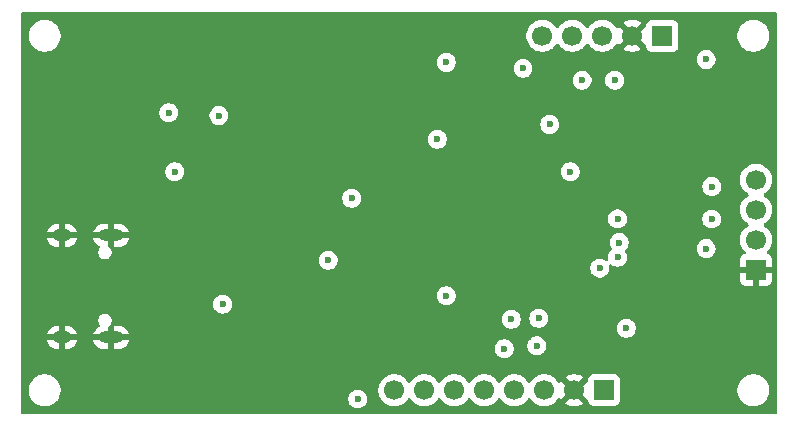
<source format=gbr>
%TF.GenerationSoftware,KiCad,Pcbnew,9.0.2*%
%TF.CreationDate,2025-08-19T18:25:56-04:00*%
%TF.ProjectId,GymDevice,47796d44-6576-4696-9365-2e6b69636164,rev?*%
%TF.SameCoordinates,Original*%
%TF.FileFunction,Copper,L2,Inr*%
%TF.FilePolarity,Positive*%
%FSLAX46Y46*%
G04 Gerber Fmt 4.6, Leading zero omitted, Abs format (unit mm)*
G04 Created by KiCad (PCBNEW 9.0.2) date 2025-08-19 18:25:56*
%MOMM*%
%LPD*%
G01*
G04 APERTURE LIST*
%TA.AperFunction,ComponentPad*%
%ADD10R,1.700000X1.700000*%
%TD*%
%TA.AperFunction,ComponentPad*%
%ADD11C,1.700000*%
%TD*%
%TA.AperFunction,HeatsinkPad*%
%ADD12O,2.100000X1.000000*%
%TD*%
%TA.AperFunction,HeatsinkPad*%
%ADD13O,1.600000X1.000000*%
%TD*%
%TA.AperFunction,ViaPad*%
%ADD14C,0.600000*%
%TD*%
%TA.AperFunction,Conductor*%
%ADD15C,0.350000*%
%TD*%
G04 APERTURE END LIST*
D10*
%TO.N,GND*%
%TO.C,J2*%
X87725000Y-47300000D03*
D11*
%TO.N,/3V3*%
X87725000Y-44760000D03*
%TO.N,/SCL*%
X87725000Y-42220000D03*
%TO.N,/SDA*%
X87725000Y-39680000D03*
%TD*%
D10*
%TO.N,/3V3*%
%TO.C,J5*%
X79790000Y-27500000D03*
D11*
%TO.N,GND*%
X77250000Y-27500000D03*
%TO.N,/SWDIO*%
X74710000Y-27500000D03*
%TO.N,/SWCLK*%
X72170000Y-27500000D03*
%TO.N,/NSRT*%
X69630000Y-27500000D03*
%TD*%
D12*
%TO.N,GND*%
%TO.C,J4*%
X33130000Y-44396000D03*
D13*
X28950000Y-44396000D03*
D12*
X33130000Y-53036000D03*
D13*
X28950000Y-53036000D03*
%TD*%
D10*
%TO.N,/3V3*%
%TO.C,J3*%
X74870000Y-57500000D03*
D11*
%TO.N,GND*%
X72330000Y-57500000D03*
%TO.N,/SCL*%
X69790000Y-57500000D03*
%TO.N,/SDA*%
X67250000Y-57500000D03*
%TO.N,/XDA*%
X64710000Y-57500000D03*
%TO.N,/XCL*%
X62170000Y-57500000D03*
%TO.N,/ADO*%
X59630000Y-57500000D03*
%TO.N,/INT*%
X57090000Y-57500000D03*
%TD*%
D14*
%TO.N,GND*%
X63000000Y-31500000D03*
X57000000Y-35000000D03*
X40500000Y-58500000D03*
X51500000Y-26250000D03*
X40750000Y-49500000D03*
X58000000Y-34250000D03*
X37250000Y-36250000D03*
X40250000Y-44500000D03*
X78750000Y-39750000D03*
X78500000Y-31250000D03*
X81250000Y-58500000D03*
X31000000Y-42500000D03*
X62000000Y-47500000D03*
X29000000Y-55000000D03*
X35750000Y-26500000D03*
X77500000Y-30250000D03*
X84500000Y-58500000D03*
X61250000Y-48250000D03*
X40750000Y-46500000D03*
X56500000Y-51000000D03*
X56250000Y-39750000D03*
X81000000Y-44000000D03*
X47750000Y-26500000D03*
X62250000Y-32750000D03*
X61000000Y-26250000D03*
X38750000Y-58750000D03*
X41750000Y-44000000D03*
X88500000Y-50000000D03*
X70750000Y-53500000D03*
X60500000Y-27750000D03*
X47000000Y-58250000D03*
X30250000Y-59000000D03*
X57750000Y-50250000D03*
X58250000Y-39250000D03*
X47250000Y-34000000D03*
X76750000Y-49000000D03*
X87500000Y-49750000D03*
X39500000Y-48000000D03*
X58602298Y-54602298D03*
X35250000Y-40750000D03*
X60000000Y-55000000D03*
X60250000Y-45500000D03*
X33000000Y-42500000D03*
X74000000Y-43500000D03*
X42500000Y-57500000D03*
X77500000Y-37750000D03*
X41000000Y-37000000D03*
X47750000Y-32750000D03*
X67250000Y-35500000D03*
X44000000Y-43000000D03*
X33250000Y-55250000D03*
X38500000Y-57750000D03*
X70990507Y-51240506D03*
X41250000Y-38250000D03*
X79500000Y-30000000D03*
X43500000Y-27750000D03*
X78500000Y-57250000D03*
X55500000Y-51750000D03*
X77118211Y-49868202D03*
X77000000Y-37250000D03*
X31250000Y-55000000D03*
X74250000Y-41500000D03*
X49500000Y-49750000D03*
X64250000Y-51575000D03*
X73750000Y-55000000D03*
X72750000Y-49000000D03*
X79000000Y-40500000D03*
X37000000Y-37500000D03*
X80000000Y-45000000D03*
X68500000Y-34000000D03*
X45500000Y-55750000D03*
X57750000Y-26250000D03*
X70000000Y-39500000D03*
X74500000Y-55500000D03*
X36000000Y-44750000D03*
X29000000Y-42500000D03*
X36000000Y-53250000D03*
X62250000Y-52850000D03*
X67250000Y-37750000D03*
X55750000Y-53000000D03*
X49250000Y-27750000D03*
X47750000Y-59000000D03*
X44750000Y-26500000D03*
X47625707Y-45124293D03*
X46000000Y-34500000D03*
X43000000Y-41500000D03*
X66000000Y-26250000D03*
X49500000Y-43750000D03*
X58250000Y-40750000D03*
X89000000Y-51250000D03*
X80000000Y-56000000D03*
%TO.N,/VBUS*%
X42560000Y-50216000D03*
X38500000Y-39000000D03*
%TO.N,/VBAT*%
X51500000Y-46500000D03*
X53500000Y-41250000D03*
X42250000Y-34250000D03*
X38000000Y-34000000D03*
%TO.N,/3V3*%
X61500000Y-49500000D03*
X54000000Y-58250000D03*
X76750000Y-52250000D03*
X60750000Y-36250000D03*
X72000000Y-39000000D03*
X83500000Y-29500000D03*
X83500000Y-45510000D03*
X76000000Y-43000000D03*
%TO.N,/NSRT*%
X70250000Y-35000000D03*
X68000000Y-30250000D03*
%TO.N,/SWDIO*%
X75750000Y-31250000D03*
X69337500Y-51412500D03*
%TO.N,/SWCLK*%
X73000000Y-31250000D03*
X74500000Y-47162500D03*
%TO.N,Net-(U3-PA9)*%
X61500000Y-29750000D03*
X67000000Y-51500000D03*
%TO.N,/SCL*%
X76000000Y-46250000D03*
X83975000Y-43010000D03*
X69170000Y-53750000D03*
%TO.N,/SDA*%
X83975000Y-40260000D03*
X66420000Y-54000000D03*
X76150000Y-45000000D03*
%TD*%
D15*
%TO.N,/3V3*%
X76000000Y-43031009D02*
X76000000Y-43000000D01*
%TD*%
%TA.AperFunction,Conductor*%
%TO.N,GND*%
G36*
X89442539Y-25520185D02*
G01*
X89488294Y-25572989D01*
X89499500Y-25624500D01*
X89499500Y-59375500D01*
X89479815Y-59442539D01*
X89427011Y-59488294D01*
X89375500Y-59499500D01*
X25624500Y-59499500D01*
X25557461Y-59479815D01*
X25511706Y-59427011D01*
X25500500Y-59375500D01*
X25500500Y-57393713D01*
X26149500Y-57393713D01*
X26149500Y-57606287D01*
X26182754Y-57816243D01*
X26200485Y-57870814D01*
X26248444Y-58018414D01*
X26344951Y-58207820D01*
X26469890Y-58379786D01*
X26620213Y-58530109D01*
X26792179Y-58655048D01*
X26792181Y-58655049D01*
X26792184Y-58655051D01*
X26981588Y-58751557D01*
X27183757Y-58817246D01*
X27393713Y-58850500D01*
X27393714Y-58850500D01*
X27606286Y-58850500D01*
X27606287Y-58850500D01*
X27816243Y-58817246D01*
X28018412Y-58751557D01*
X28207816Y-58655051D01*
X28294138Y-58592335D01*
X28379786Y-58530109D01*
X28379788Y-58530106D01*
X28379792Y-58530104D01*
X28530104Y-58379792D01*
X28530106Y-58379788D01*
X28530109Y-58379786D01*
X28588346Y-58299628D01*
X28655051Y-58207816D01*
X28673732Y-58171153D01*
X53199500Y-58171153D01*
X53199500Y-58328846D01*
X53230261Y-58483489D01*
X53230264Y-58483501D01*
X53290602Y-58629172D01*
X53290609Y-58629185D01*
X53378210Y-58760288D01*
X53378213Y-58760292D01*
X53489707Y-58871786D01*
X53489711Y-58871789D01*
X53620814Y-58959390D01*
X53620827Y-58959397D01*
X53766498Y-59019735D01*
X53766503Y-59019737D01*
X53921153Y-59050499D01*
X53921156Y-59050500D01*
X53921158Y-59050500D01*
X54078844Y-59050500D01*
X54078845Y-59050499D01*
X54233497Y-59019737D01*
X54379179Y-58959394D01*
X54510289Y-58871789D01*
X54621789Y-58760289D01*
X54709394Y-58629179D01*
X54769737Y-58483497D01*
X54800500Y-58328842D01*
X54800500Y-58171158D01*
X54800500Y-58171155D01*
X54800499Y-58171153D01*
X54770117Y-58018414D01*
X54769737Y-58016503D01*
X54748787Y-57965925D01*
X54709397Y-57870827D01*
X54709390Y-57870814D01*
X54621789Y-57739711D01*
X54621786Y-57739707D01*
X54510292Y-57628213D01*
X54510288Y-57628210D01*
X54379185Y-57540609D01*
X54379172Y-57540602D01*
X54289361Y-57503402D01*
X54233501Y-57480264D01*
X54233489Y-57480261D01*
X54078845Y-57449500D01*
X54078842Y-57449500D01*
X53921158Y-57449500D01*
X53921155Y-57449500D01*
X53766510Y-57480261D01*
X53766498Y-57480264D01*
X53620827Y-57540602D01*
X53620814Y-57540609D01*
X53489711Y-57628210D01*
X53489707Y-57628213D01*
X53378213Y-57739707D01*
X53378210Y-57739711D01*
X53290609Y-57870814D01*
X53290602Y-57870827D01*
X53230264Y-58016498D01*
X53230261Y-58016510D01*
X53199500Y-58171153D01*
X28673732Y-58171153D01*
X28751557Y-58018412D01*
X28817246Y-57816243D01*
X28850500Y-57606287D01*
X28850500Y-57393713D01*
X55739500Y-57393713D01*
X55739500Y-57606287D01*
X55772754Y-57816243D01*
X55790485Y-57870814D01*
X55838444Y-58018414D01*
X55934951Y-58207820D01*
X56059890Y-58379786D01*
X56210213Y-58530109D01*
X56382179Y-58655048D01*
X56382181Y-58655049D01*
X56382184Y-58655051D01*
X56571588Y-58751557D01*
X56773757Y-58817246D01*
X56983713Y-58850500D01*
X56983714Y-58850500D01*
X57196286Y-58850500D01*
X57196287Y-58850500D01*
X57406243Y-58817246D01*
X57608412Y-58751557D01*
X57797816Y-58655051D01*
X57884138Y-58592335D01*
X57969786Y-58530109D01*
X57969788Y-58530106D01*
X57969792Y-58530104D01*
X58120104Y-58379792D01*
X58120106Y-58379788D01*
X58120109Y-58379786D01*
X58245048Y-58207820D01*
X58245049Y-58207819D01*
X58245051Y-58207816D01*
X58249514Y-58199054D01*
X58297488Y-58148259D01*
X58365308Y-58131463D01*
X58431444Y-58153999D01*
X58470486Y-58199056D01*
X58474951Y-58207820D01*
X58599890Y-58379786D01*
X58750213Y-58530109D01*
X58922179Y-58655048D01*
X58922181Y-58655049D01*
X58922184Y-58655051D01*
X59111588Y-58751557D01*
X59313757Y-58817246D01*
X59523713Y-58850500D01*
X59523714Y-58850500D01*
X59736286Y-58850500D01*
X59736287Y-58850500D01*
X59946243Y-58817246D01*
X60148412Y-58751557D01*
X60337816Y-58655051D01*
X60424138Y-58592335D01*
X60509786Y-58530109D01*
X60509788Y-58530106D01*
X60509792Y-58530104D01*
X60660104Y-58379792D01*
X60660106Y-58379788D01*
X60660109Y-58379786D01*
X60785048Y-58207820D01*
X60785049Y-58207819D01*
X60785051Y-58207816D01*
X60789514Y-58199054D01*
X60837488Y-58148259D01*
X60905308Y-58131463D01*
X60971444Y-58153999D01*
X61010486Y-58199056D01*
X61014951Y-58207820D01*
X61139890Y-58379786D01*
X61290213Y-58530109D01*
X61462179Y-58655048D01*
X61462181Y-58655049D01*
X61462184Y-58655051D01*
X61651588Y-58751557D01*
X61853757Y-58817246D01*
X62063713Y-58850500D01*
X62063714Y-58850500D01*
X62276286Y-58850500D01*
X62276287Y-58850500D01*
X62486243Y-58817246D01*
X62688412Y-58751557D01*
X62877816Y-58655051D01*
X62964138Y-58592335D01*
X63049786Y-58530109D01*
X63049788Y-58530106D01*
X63049792Y-58530104D01*
X63200104Y-58379792D01*
X63200106Y-58379788D01*
X63200109Y-58379786D01*
X63325048Y-58207820D01*
X63325049Y-58207819D01*
X63325051Y-58207816D01*
X63329514Y-58199054D01*
X63377488Y-58148259D01*
X63445308Y-58131463D01*
X63511444Y-58153999D01*
X63550486Y-58199056D01*
X63554951Y-58207820D01*
X63679890Y-58379786D01*
X63830213Y-58530109D01*
X64002179Y-58655048D01*
X64002181Y-58655049D01*
X64002184Y-58655051D01*
X64191588Y-58751557D01*
X64393757Y-58817246D01*
X64603713Y-58850500D01*
X64603714Y-58850500D01*
X64816286Y-58850500D01*
X64816287Y-58850500D01*
X65026243Y-58817246D01*
X65228412Y-58751557D01*
X65417816Y-58655051D01*
X65504138Y-58592335D01*
X65589786Y-58530109D01*
X65589788Y-58530106D01*
X65589792Y-58530104D01*
X65740104Y-58379792D01*
X65740106Y-58379788D01*
X65740109Y-58379786D01*
X65865048Y-58207820D01*
X65865049Y-58207819D01*
X65865051Y-58207816D01*
X65869514Y-58199054D01*
X65917488Y-58148259D01*
X65985308Y-58131463D01*
X66051444Y-58153999D01*
X66090486Y-58199056D01*
X66094951Y-58207820D01*
X66219890Y-58379786D01*
X66370213Y-58530109D01*
X66542179Y-58655048D01*
X66542181Y-58655049D01*
X66542184Y-58655051D01*
X66731588Y-58751557D01*
X66933757Y-58817246D01*
X67143713Y-58850500D01*
X67143714Y-58850500D01*
X67356286Y-58850500D01*
X67356287Y-58850500D01*
X67566243Y-58817246D01*
X67768412Y-58751557D01*
X67957816Y-58655051D01*
X68044138Y-58592335D01*
X68129786Y-58530109D01*
X68129788Y-58530106D01*
X68129792Y-58530104D01*
X68280104Y-58379792D01*
X68280106Y-58379788D01*
X68280109Y-58379786D01*
X68405048Y-58207820D01*
X68405049Y-58207819D01*
X68405051Y-58207816D01*
X68409514Y-58199054D01*
X68457488Y-58148259D01*
X68525308Y-58131463D01*
X68591444Y-58153999D01*
X68630486Y-58199056D01*
X68634951Y-58207820D01*
X68759890Y-58379786D01*
X68910213Y-58530109D01*
X69082179Y-58655048D01*
X69082181Y-58655049D01*
X69082184Y-58655051D01*
X69271588Y-58751557D01*
X69473757Y-58817246D01*
X69683713Y-58850500D01*
X69683714Y-58850500D01*
X69896286Y-58850500D01*
X69896287Y-58850500D01*
X70106243Y-58817246D01*
X70308412Y-58751557D01*
X70497816Y-58655051D01*
X70584138Y-58592335D01*
X70669786Y-58530109D01*
X70669788Y-58530106D01*
X70669792Y-58530104D01*
X70820104Y-58379792D01*
X70820106Y-58379788D01*
X70820109Y-58379786D01*
X70887515Y-58287007D01*
X70945051Y-58207816D01*
X70949793Y-58198508D01*
X70997763Y-58147711D01*
X71065583Y-58130911D01*
X71131719Y-58153445D01*
X71170763Y-58198500D01*
X71175373Y-58207547D01*
X71214728Y-58261716D01*
X71847037Y-57629408D01*
X71864075Y-57692993D01*
X71929901Y-57807007D01*
X72022993Y-57900099D01*
X72137007Y-57965925D01*
X72200590Y-57982962D01*
X71568282Y-58615269D01*
X71568282Y-58615270D01*
X71622449Y-58654624D01*
X71811782Y-58751095D01*
X72013870Y-58816757D01*
X72223754Y-58850000D01*
X72436246Y-58850000D01*
X72646127Y-58816757D01*
X72646130Y-58816757D01*
X72848217Y-58751095D01*
X73037554Y-58654622D01*
X73091716Y-58615270D01*
X73091717Y-58615270D01*
X72459408Y-57982962D01*
X72522993Y-57965925D01*
X72637007Y-57900099D01*
X72730099Y-57807007D01*
X72795925Y-57692993D01*
X72812962Y-57629408D01*
X73483181Y-58299628D01*
X73516666Y-58360951D01*
X73519500Y-58387300D01*
X73519500Y-58397865D01*
X73519501Y-58397876D01*
X73525908Y-58457483D01*
X73576202Y-58592328D01*
X73576206Y-58592335D01*
X73662452Y-58707544D01*
X73662455Y-58707547D01*
X73777664Y-58793793D01*
X73777671Y-58793797D01*
X73912517Y-58844091D01*
X73912516Y-58844091D01*
X73919444Y-58844835D01*
X73972127Y-58850500D01*
X75767872Y-58850499D01*
X75827483Y-58844091D01*
X75962331Y-58793796D01*
X76077546Y-58707546D01*
X76163796Y-58592331D01*
X76214091Y-58457483D01*
X76220500Y-58397873D01*
X76220499Y-57393713D01*
X86149500Y-57393713D01*
X86149500Y-57606287D01*
X86182754Y-57816243D01*
X86200485Y-57870814D01*
X86248444Y-58018414D01*
X86344951Y-58207820D01*
X86469890Y-58379786D01*
X86620213Y-58530109D01*
X86792179Y-58655048D01*
X86792181Y-58655049D01*
X86792184Y-58655051D01*
X86981588Y-58751557D01*
X87183757Y-58817246D01*
X87393713Y-58850500D01*
X87393714Y-58850500D01*
X87606286Y-58850500D01*
X87606287Y-58850500D01*
X87816243Y-58817246D01*
X88018412Y-58751557D01*
X88207816Y-58655051D01*
X88294138Y-58592335D01*
X88379786Y-58530109D01*
X88379788Y-58530106D01*
X88379792Y-58530104D01*
X88530104Y-58379792D01*
X88530106Y-58379788D01*
X88530109Y-58379786D01*
X88655048Y-58207820D01*
X88655049Y-58207819D01*
X88655051Y-58207816D01*
X88751557Y-58018412D01*
X88817246Y-57816243D01*
X88850500Y-57606287D01*
X88850500Y-57393713D01*
X88817246Y-57183757D01*
X88751557Y-56981588D01*
X88655051Y-56792184D01*
X88655049Y-56792181D01*
X88655048Y-56792179D01*
X88530109Y-56620213D01*
X88379786Y-56469890D01*
X88207820Y-56344951D01*
X88018414Y-56248444D01*
X88018413Y-56248443D01*
X88018412Y-56248443D01*
X87816243Y-56182754D01*
X87816241Y-56182753D01*
X87816240Y-56182753D01*
X87654957Y-56157208D01*
X87606287Y-56149500D01*
X87393713Y-56149500D01*
X87345042Y-56157208D01*
X87183760Y-56182753D01*
X86981585Y-56248444D01*
X86792179Y-56344951D01*
X86620213Y-56469890D01*
X86469890Y-56620213D01*
X86344951Y-56792179D01*
X86248444Y-56981585D01*
X86182753Y-57183760D01*
X86181291Y-57192993D01*
X86149500Y-57393713D01*
X76220499Y-57393713D01*
X76220499Y-56602128D01*
X76214091Y-56542517D01*
X76163796Y-56407669D01*
X76163795Y-56407668D01*
X76163793Y-56407664D01*
X76077547Y-56292455D01*
X76077544Y-56292452D01*
X75962335Y-56206206D01*
X75962328Y-56206202D01*
X75827482Y-56155908D01*
X75827483Y-56155908D01*
X75767883Y-56149501D01*
X75767881Y-56149500D01*
X75767873Y-56149500D01*
X75767864Y-56149500D01*
X73972129Y-56149500D01*
X73972123Y-56149501D01*
X73912516Y-56155908D01*
X73777671Y-56206202D01*
X73777664Y-56206206D01*
X73662455Y-56292452D01*
X73662452Y-56292455D01*
X73576206Y-56407664D01*
X73576202Y-56407671D01*
X73525908Y-56542517D01*
X73519501Y-56602116D01*
X73519501Y-56602123D01*
X73519500Y-56602135D01*
X73519500Y-56612690D01*
X73499815Y-56679729D01*
X73483181Y-56700371D01*
X72812962Y-57370590D01*
X72795925Y-57307007D01*
X72730099Y-57192993D01*
X72637007Y-57099901D01*
X72522993Y-57034075D01*
X72459409Y-57017037D01*
X73091716Y-56384728D01*
X73037550Y-56345375D01*
X72848217Y-56248904D01*
X72646129Y-56183242D01*
X72436246Y-56150000D01*
X72223754Y-56150000D01*
X72013872Y-56183242D01*
X72013869Y-56183242D01*
X71811782Y-56248904D01*
X71622439Y-56345380D01*
X71568282Y-56384727D01*
X71568282Y-56384728D01*
X72200591Y-57017037D01*
X72137007Y-57034075D01*
X72022993Y-57099901D01*
X71929901Y-57192993D01*
X71864075Y-57307007D01*
X71847037Y-57370591D01*
X71214728Y-56738282D01*
X71214727Y-56738282D01*
X71175380Y-56792440D01*
X71175376Y-56792446D01*
X71170760Y-56801505D01*
X71122781Y-56852297D01*
X71054959Y-56869087D01*
X70988826Y-56846543D01*
X70949794Y-56801493D01*
X70945051Y-56792184D01*
X70945049Y-56792181D01*
X70945048Y-56792179D01*
X70820109Y-56620213D01*
X70669786Y-56469890D01*
X70497820Y-56344951D01*
X70308414Y-56248444D01*
X70308413Y-56248443D01*
X70308412Y-56248443D01*
X70106243Y-56182754D01*
X70106241Y-56182753D01*
X70106240Y-56182753D01*
X69944957Y-56157208D01*
X69896287Y-56149500D01*
X69683713Y-56149500D01*
X69635042Y-56157208D01*
X69473760Y-56182753D01*
X69271585Y-56248444D01*
X69082179Y-56344951D01*
X68910213Y-56469890D01*
X68759890Y-56620213D01*
X68634949Y-56792182D01*
X68630484Y-56800946D01*
X68582509Y-56851742D01*
X68514688Y-56868536D01*
X68448553Y-56845998D01*
X68409516Y-56800946D01*
X68405050Y-56792182D01*
X68280109Y-56620213D01*
X68129786Y-56469890D01*
X67957820Y-56344951D01*
X67768414Y-56248444D01*
X67768413Y-56248443D01*
X67768412Y-56248443D01*
X67566243Y-56182754D01*
X67566241Y-56182753D01*
X67566240Y-56182753D01*
X67404957Y-56157208D01*
X67356287Y-56149500D01*
X67143713Y-56149500D01*
X67095042Y-56157208D01*
X66933760Y-56182753D01*
X66731585Y-56248444D01*
X66542179Y-56344951D01*
X66370213Y-56469890D01*
X66219890Y-56620213D01*
X66094949Y-56792182D01*
X66090484Y-56800946D01*
X66042509Y-56851742D01*
X65974688Y-56868536D01*
X65908553Y-56845998D01*
X65869516Y-56800946D01*
X65865050Y-56792182D01*
X65740109Y-56620213D01*
X65589786Y-56469890D01*
X65417820Y-56344951D01*
X65228414Y-56248444D01*
X65228413Y-56248443D01*
X65228412Y-56248443D01*
X65026243Y-56182754D01*
X65026241Y-56182753D01*
X65026240Y-56182753D01*
X64864957Y-56157208D01*
X64816287Y-56149500D01*
X64603713Y-56149500D01*
X64555042Y-56157208D01*
X64393760Y-56182753D01*
X64191585Y-56248444D01*
X64002179Y-56344951D01*
X63830213Y-56469890D01*
X63679890Y-56620213D01*
X63554949Y-56792182D01*
X63550484Y-56800946D01*
X63502509Y-56851742D01*
X63434688Y-56868536D01*
X63368553Y-56845998D01*
X63329516Y-56800946D01*
X63325050Y-56792182D01*
X63200109Y-56620213D01*
X63049786Y-56469890D01*
X62877820Y-56344951D01*
X62688414Y-56248444D01*
X62688413Y-56248443D01*
X62688412Y-56248443D01*
X62486243Y-56182754D01*
X62486241Y-56182753D01*
X62486240Y-56182753D01*
X62324957Y-56157208D01*
X62276287Y-56149500D01*
X62063713Y-56149500D01*
X62015042Y-56157208D01*
X61853760Y-56182753D01*
X61651585Y-56248444D01*
X61462179Y-56344951D01*
X61290213Y-56469890D01*
X61139890Y-56620213D01*
X61014949Y-56792182D01*
X61010484Y-56800946D01*
X60962509Y-56851742D01*
X60894688Y-56868536D01*
X60828553Y-56845998D01*
X60789516Y-56800946D01*
X60785050Y-56792182D01*
X60660109Y-56620213D01*
X60509786Y-56469890D01*
X60337820Y-56344951D01*
X60148414Y-56248444D01*
X60148413Y-56248443D01*
X60148412Y-56248443D01*
X59946243Y-56182754D01*
X59946241Y-56182753D01*
X59946240Y-56182753D01*
X59784957Y-56157208D01*
X59736287Y-56149500D01*
X59523713Y-56149500D01*
X59475042Y-56157208D01*
X59313760Y-56182753D01*
X59111585Y-56248444D01*
X58922179Y-56344951D01*
X58750213Y-56469890D01*
X58599890Y-56620213D01*
X58474949Y-56792182D01*
X58470484Y-56800946D01*
X58422509Y-56851742D01*
X58354688Y-56868536D01*
X58288553Y-56845998D01*
X58249516Y-56800946D01*
X58245050Y-56792182D01*
X58120109Y-56620213D01*
X57969786Y-56469890D01*
X57797820Y-56344951D01*
X57608414Y-56248444D01*
X57608413Y-56248443D01*
X57608412Y-56248443D01*
X57406243Y-56182754D01*
X57406241Y-56182753D01*
X57406240Y-56182753D01*
X57244957Y-56157208D01*
X57196287Y-56149500D01*
X56983713Y-56149500D01*
X56935042Y-56157208D01*
X56773760Y-56182753D01*
X56571585Y-56248444D01*
X56382179Y-56344951D01*
X56210213Y-56469890D01*
X56059890Y-56620213D01*
X55934951Y-56792179D01*
X55838444Y-56981585D01*
X55772753Y-57183760D01*
X55771291Y-57192993D01*
X55739500Y-57393713D01*
X28850500Y-57393713D01*
X28817246Y-57183757D01*
X28751557Y-56981588D01*
X28655051Y-56792184D01*
X28655049Y-56792181D01*
X28655048Y-56792179D01*
X28530109Y-56620213D01*
X28379786Y-56469890D01*
X28207820Y-56344951D01*
X28018414Y-56248444D01*
X28018413Y-56248443D01*
X28018412Y-56248443D01*
X27816243Y-56182754D01*
X27816241Y-56182753D01*
X27816240Y-56182753D01*
X27654957Y-56157208D01*
X27606287Y-56149500D01*
X27393713Y-56149500D01*
X27345042Y-56157208D01*
X27183760Y-56182753D01*
X26981585Y-56248444D01*
X26792179Y-56344951D01*
X26620213Y-56469890D01*
X26469890Y-56620213D01*
X26344951Y-56792179D01*
X26248444Y-56981585D01*
X26182753Y-57183760D01*
X26181291Y-57192993D01*
X26149500Y-57393713D01*
X25500500Y-57393713D01*
X25500500Y-52786000D01*
X27680138Y-52786000D01*
X28483012Y-52786000D01*
X28465795Y-52795940D01*
X28409940Y-52851795D01*
X28370444Y-52920204D01*
X28350000Y-52996504D01*
X28350000Y-53075496D01*
X28370444Y-53151796D01*
X28409940Y-53220205D01*
X28465795Y-53276060D01*
X28483012Y-53286000D01*
X27680138Y-53286000D01*
X27688430Y-53327690D01*
X27688430Y-53327692D01*
X27763807Y-53509671D01*
X27763814Y-53509684D01*
X27873248Y-53673462D01*
X27873251Y-53673466D01*
X28012533Y-53812748D01*
X28012537Y-53812751D01*
X28176315Y-53922185D01*
X28176328Y-53922192D01*
X28358306Y-53997569D01*
X28358318Y-53997572D01*
X28551504Y-54035999D01*
X28551508Y-54036000D01*
X28700000Y-54036000D01*
X28700000Y-53336000D01*
X29200000Y-53336000D01*
X29200000Y-54036000D01*
X29348492Y-54036000D01*
X29348495Y-54035999D01*
X29541681Y-53997572D01*
X29541693Y-53997569D01*
X29723671Y-53922192D01*
X29723684Y-53922185D01*
X29887462Y-53812751D01*
X29887466Y-53812748D01*
X30026748Y-53673466D01*
X30026751Y-53673462D01*
X30136185Y-53509684D01*
X30136192Y-53509671D01*
X30211569Y-53327692D01*
X30211569Y-53327690D01*
X30219862Y-53286000D01*
X29416988Y-53286000D01*
X29434205Y-53276060D01*
X29490060Y-53220205D01*
X29529556Y-53151796D01*
X29550000Y-53075496D01*
X29550000Y-52996504D01*
X29529556Y-52920204D01*
X29490060Y-52851795D01*
X29434205Y-52795940D01*
X29416988Y-52786000D01*
X30219862Y-52786000D01*
X31610138Y-52786000D01*
X32413012Y-52786000D01*
X32395795Y-52795940D01*
X32339940Y-52851795D01*
X32300444Y-52920204D01*
X32280000Y-52996504D01*
X32280000Y-53075496D01*
X32300444Y-53151796D01*
X32339940Y-53220205D01*
X32395795Y-53276060D01*
X32413012Y-53286000D01*
X31610138Y-53286000D01*
X31618430Y-53327690D01*
X31618430Y-53327692D01*
X31693807Y-53509671D01*
X31693814Y-53509684D01*
X31803248Y-53673462D01*
X31803251Y-53673466D01*
X31942533Y-53812748D01*
X31942537Y-53812751D01*
X32106315Y-53922185D01*
X32106328Y-53922192D01*
X32288306Y-53997569D01*
X32288318Y-53997572D01*
X32481504Y-54035999D01*
X32481508Y-54036000D01*
X32880000Y-54036000D01*
X32880000Y-53336000D01*
X33380000Y-53336000D01*
X33380000Y-54036000D01*
X33778492Y-54036000D01*
X33778495Y-54035999D01*
X33971681Y-53997572D01*
X33971693Y-53997569D01*
X34153671Y-53922192D01*
X34153684Y-53922185D01*
X34155228Y-53921153D01*
X65619500Y-53921153D01*
X65619500Y-54078846D01*
X65650261Y-54233489D01*
X65650264Y-54233501D01*
X65710602Y-54379172D01*
X65710609Y-54379185D01*
X65798210Y-54510288D01*
X65798213Y-54510292D01*
X65909707Y-54621786D01*
X65909711Y-54621789D01*
X66040814Y-54709390D01*
X66040827Y-54709397D01*
X66186498Y-54769735D01*
X66186503Y-54769737D01*
X66341153Y-54800499D01*
X66341156Y-54800500D01*
X66341158Y-54800500D01*
X66498844Y-54800500D01*
X66498845Y-54800499D01*
X66653497Y-54769737D01*
X66799179Y-54709394D01*
X66930289Y-54621789D01*
X67041789Y-54510289D01*
X67129394Y-54379179D01*
X67189737Y-54233497D01*
X67220500Y-54078842D01*
X67220500Y-53921158D01*
X67220500Y-53921155D01*
X67220499Y-53921153D01*
X67198936Y-53812750D01*
X67189737Y-53766503D01*
X67150242Y-53671153D01*
X68369500Y-53671153D01*
X68369500Y-53828846D01*
X68400261Y-53983489D01*
X68400264Y-53983501D01*
X68460602Y-54129172D01*
X68460609Y-54129185D01*
X68548210Y-54260288D01*
X68548213Y-54260292D01*
X68659707Y-54371786D01*
X68659711Y-54371789D01*
X68790814Y-54459390D01*
X68790827Y-54459397D01*
X68936498Y-54519735D01*
X68936503Y-54519737D01*
X69091153Y-54550499D01*
X69091156Y-54550500D01*
X69091158Y-54550500D01*
X69248844Y-54550500D01*
X69248845Y-54550499D01*
X69403497Y-54519737D01*
X69549179Y-54459394D01*
X69680289Y-54371789D01*
X69791789Y-54260289D01*
X69879394Y-54129179D01*
X69939737Y-53983497D01*
X69970500Y-53828842D01*
X69970500Y-53671158D01*
X69970500Y-53671155D01*
X69970499Y-53671153D01*
X69939738Y-53516510D01*
X69939737Y-53516503D01*
X69939735Y-53516498D01*
X69879397Y-53370827D01*
X69879390Y-53370814D01*
X69791789Y-53239711D01*
X69791786Y-53239707D01*
X69680292Y-53128213D01*
X69680288Y-53128210D01*
X69549185Y-53040609D01*
X69549172Y-53040602D01*
X69403501Y-52980264D01*
X69403489Y-52980261D01*
X69248845Y-52949500D01*
X69248842Y-52949500D01*
X69091158Y-52949500D01*
X69091155Y-52949500D01*
X68936510Y-52980261D01*
X68936498Y-52980264D01*
X68790827Y-53040602D01*
X68790814Y-53040609D01*
X68659711Y-53128210D01*
X68659707Y-53128213D01*
X68548213Y-53239707D01*
X68548210Y-53239711D01*
X68460609Y-53370814D01*
X68460602Y-53370827D01*
X68400264Y-53516498D01*
X68400261Y-53516510D01*
X68369500Y-53671153D01*
X67150242Y-53671153D01*
X67149933Y-53670408D01*
X67129397Y-53620827D01*
X67129390Y-53620814D01*
X67041789Y-53489711D01*
X67041786Y-53489707D01*
X66930292Y-53378213D01*
X66930288Y-53378210D01*
X66799185Y-53290609D01*
X66799172Y-53290602D01*
X66653501Y-53230264D01*
X66653489Y-53230261D01*
X66498845Y-53199500D01*
X66498842Y-53199500D01*
X66341158Y-53199500D01*
X66341155Y-53199500D01*
X66186510Y-53230261D01*
X66186498Y-53230264D01*
X66040827Y-53290602D01*
X66040814Y-53290609D01*
X65909711Y-53378210D01*
X65909707Y-53378213D01*
X65798213Y-53489707D01*
X65798210Y-53489711D01*
X65710609Y-53620814D01*
X65710602Y-53620827D01*
X65650264Y-53766498D01*
X65650261Y-53766510D01*
X65619500Y-53921153D01*
X34155228Y-53921153D01*
X34317464Y-53812750D01*
X34456748Y-53673466D01*
X34456751Y-53673462D01*
X34566185Y-53509684D01*
X34566192Y-53509671D01*
X34641569Y-53327692D01*
X34641569Y-53327690D01*
X34649862Y-53286000D01*
X33846988Y-53286000D01*
X33864205Y-53276060D01*
X33920060Y-53220205D01*
X33959556Y-53151796D01*
X33980000Y-53075496D01*
X33980000Y-52996504D01*
X33959556Y-52920204D01*
X33920060Y-52851795D01*
X33864205Y-52795940D01*
X33846988Y-52786000D01*
X34649862Y-52786000D01*
X34641569Y-52744309D01*
X34641569Y-52744307D01*
X34566192Y-52562328D01*
X34566185Y-52562315D01*
X34456751Y-52398537D01*
X34456748Y-52398533D01*
X34317466Y-52259251D01*
X34317462Y-52259248D01*
X34153684Y-52149814D01*
X34153671Y-52149807D01*
X33971693Y-52074430D01*
X33971681Y-52074427D01*
X33778495Y-52036000D01*
X33380000Y-52036000D01*
X33380000Y-52736000D01*
X32880000Y-52736000D01*
X32880000Y-52180463D01*
X32899685Y-52113424D01*
X32942000Y-52073076D01*
X32953365Y-52066515D01*
X33060515Y-51959365D01*
X33061372Y-51957879D01*
X33081721Y-51922637D01*
X33136279Y-51828138D01*
X33136281Y-51828135D01*
X33175500Y-51681766D01*
X33175500Y-51530234D01*
X33146272Y-51421153D01*
X66199500Y-51421153D01*
X66199500Y-51578846D01*
X66230261Y-51733489D01*
X66230264Y-51733501D01*
X66290602Y-51879172D01*
X66290609Y-51879185D01*
X66378210Y-52010288D01*
X66378213Y-52010292D01*
X66489707Y-52121786D01*
X66489711Y-52121789D01*
X66620814Y-52209390D01*
X66620827Y-52209397D01*
X66741180Y-52259248D01*
X66766503Y-52269737D01*
X66921153Y-52300499D01*
X66921156Y-52300500D01*
X66921158Y-52300500D01*
X67078844Y-52300500D01*
X67078845Y-52300499D01*
X67233497Y-52269737D01*
X67379179Y-52209394D01*
X67510289Y-52121789D01*
X67621789Y-52010289D01*
X67709394Y-51879179D01*
X67712854Y-51870827D01*
X67730536Y-51828137D01*
X67769737Y-51733497D01*
X67800500Y-51578842D01*
X67800500Y-51421158D01*
X67800500Y-51421155D01*
X67800499Y-51421153D01*
X67786696Y-51351757D01*
X67783095Y-51333653D01*
X68537000Y-51333653D01*
X68537000Y-51491346D01*
X68567761Y-51645989D01*
X68567764Y-51646001D01*
X68628102Y-51791672D01*
X68628109Y-51791685D01*
X68715710Y-51922788D01*
X68715713Y-51922792D01*
X68827207Y-52034286D01*
X68827211Y-52034289D01*
X68958314Y-52121890D01*
X68958327Y-52121897D01*
X69099720Y-52180463D01*
X69104003Y-52182237D01*
X69240530Y-52209394D01*
X69258653Y-52212999D01*
X69258656Y-52213000D01*
X69258658Y-52213000D01*
X69416344Y-52213000D01*
X69416345Y-52212999D01*
X69570997Y-52182237D01*
X69597756Y-52171153D01*
X75949500Y-52171153D01*
X75949500Y-52328846D01*
X75980261Y-52483489D01*
X75980264Y-52483501D01*
X76040602Y-52629172D01*
X76040609Y-52629185D01*
X76128210Y-52760288D01*
X76128213Y-52760292D01*
X76239707Y-52871786D01*
X76239711Y-52871789D01*
X76370814Y-52959390D01*
X76370827Y-52959397D01*
X76460413Y-52996504D01*
X76516503Y-53019737D01*
X76671153Y-53050499D01*
X76671156Y-53050500D01*
X76671158Y-53050500D01*
X76828844Y-53050500D01*
X76828845Y-53050499D01*
X76983497Y-53019737D01*
X77129179Y-52959394D01*
X77260289Y-52871789D01*
X77371789Y-52760289D01*
X77459394Y-52629179D01*
X77519737Y-52483497D01*
X77550500Y-52328842D01*
X77550500Y-52171158D01*
X77550500Y-52171155D01*
X77550499Y-52171153D01*
X77544756Y-52142281D01*
X77519737Y-52016503D01*
X77496070Y-51959365D01*
X77459397Y-51870827D01*
X77459390Y-51870814D01*
X77371789Y-51739711D01*
X77371786Y-51739707D01*
X77260292Y-51628213D01*
X77260288Y-51628210D01*
X77129185Y-51540609D01*
X77129172Y-51540602D01*
X76983501Y-51480264D01*
X76983489Y-51480261D01*
X76828845Y-51449500D01*
X76828842Y-51449500D01*
X76671158Y-51449500D01*
X76671155Y-51449500D01*
X76516510Y-51480261D01*
X76516498Y-51480264D01*
X76370827Y-51540602D01*
X76370814Y-51540609D01*
X76239711Y-51628210D01*
X76239707Y-51628213D01*
X76128213Y-51739707D01*
X76128210Y-51739711D01*
X76040609Y-51870814D01*
X76040602Y-51870827D01*
X75980264Y-52016498D01*
X75980261Y-52016510D01*
X75949500Y-52171153D01*
X69597756Y-52171153D01*
X69716679Y-52121894D01*
X69787714Y-52074430D01*
X69806371Y-52061964D01*
X69820500Y-52052522D01*
X69847789Y-52034289D01*
X69959289Y-51922789D01*
X70046894Y-51791679D01*
X70107237Y-51645997D01*
X70138000Y-51491342D01*
X70138000Y-51333658D01*
X70138000Y-51333655D01*
X70137999Y-51333653D01*
X70107238Y-51179010D01*
X70107237Y-51179003D01*
X70093354Y-51145487D01*
X70046897Y-51033327D01*
X70046890Y-51033314D01*
X69959289Y-50902211D01*
X69959286Y-50902207D01*
X69847792Y-50790713D01*
X69847788Y-50790710D01*
X69716685Y-50703109D01*
X69716672Y-50703102D01*
X69571001Y-50642764D01*
X69570989Y-50642761D01*
X69416345Y-50612000D01*
X69416342Y-50612000D01*
X69258658Y-50612000D01*
X69258655Y-50612000D01*
X69104010Y-50642761D01*
X69103998Y-50642764D01*
X68958327Y-50703102D01*
X68958314Y-50703109D01*
X68827211Y-50790710D01*
X68827207Y-50790713D01*
X68715713Y-50902207D01*
X68715710Y-50902211D01*
X68628109Y-51033314D01*
X68628102Y-51033327D01*
X68567764Y-51178998D01*
X68567761Y-51179010D01*
X68537000Y-51333653D01*
X67783095Y-51333653D01*
X67769738Y-51266508D01*
X67769737Y-51266507D01*
X67769737Y-51266503D01*
X67763993Y-51252635D01*
X67709397Y-51120827D01*
X67709390Y-51120814D01*
X67621789Y-50989711D01*
X67621786Y-50989707D01*
X67510292Y-50878213D01*
X67510288Y-50878210D01*
X67379185Y-50790609D01*
X67379172Y-50790602D01*
X67233501Y-50730264D01*
X67233489Y-50730261D01*
X67078845Y-50699500D01*
X67078842Y-50699500D01*
X66921158Y-50699500D01*
X66921155Y-50699500D01*
X66766510Y-50730261D01*
X66766498Y-50730264D01*
X66620827Y-50790602D01*
X66620814Y-50790609D01*
X66489711Y-50878210D01*
X66489707Y-50878213D01*
X66378213Y-50989707D01*
X66378210Y-50989711D01*
X66290609Y-51120814D01*
X66290602Y-51120827D01*
X66230264Y-51266498D01*
X66230261Y-51266510D01*
X66199500Y-51421153D01*
X33146272Y-51421153D01*
X33136281Y-51383865D01*
X33060515Y-51252635D01*
X32953365Y-51145485D01*
X32887750Y-51107602D01*
X32822136Y-51069719D01*
X32748950Y-51050109D01*
X32675766Y-51030500D01*
X32524234Y-51030500D01*
X32377863Y-51069719D01*
X32246635Y-51145485D01*
X32246632Y-51145487D01*
X32139487Y-51252632D01*
X32139485Y-51252635D01*
X32063719Y-51383863D01*
X32024500Y-51530234D01*
X32024500Y-51681765D01*
X32063719Y-51828136D01*
X32088360Y-51870814D01*
X32139485Y-51959365D01*
X32139487Y-51959367D01*
X32144432Y-51965811D01*
X32141612Y-51967974D01*
X32167302Y-52015020D01*
X32162318Y-52084712D01*
X32120446Y-52140645D01*
X32111379Y-52146416D01*
X32111387Y-52146427D01*
X31942536Y-52259248D01*
X31803251Y-52398533D01*
X31803248Y-52398537D01*
X31693814Y-52562315D01*
X31693807Y-52562328D01*
X31618430Y-52744307D01*
X31618430Y-52744309D01*
X31610138Y-52786000D01*
X30219862Y-52786000D01*
X30211569Y-52744309D01*
X30211569Y-52744307D01*
X30136192Y-52562328D01*
X30136185Y-52562315D01*
X30026751Y-52398537D01*
X30026748Y-52398533D01*
X29887466Y-52259251D01*
X29887462Y-52259248D01*
X29723684Y-52149814D01*
X29723671Y-52149807D01*
X29541693Y-52074430D01*
X29541681Y-52074427D01*
X29348495Y-52036000D01*
X29200000Y-52036000D01*
X29200000Y-52736000D01*
X28700000Y-52736000D01*
X28700000Y-52036000D01*
X28551504Y-52036000D01*
X28358318Y-52074427D01*
X28358306Y-52074430D01*
X28176328Y-52149807D01*
X28176315Y-52149814D01*
X28012537Y-52259248D01*
X28012533Y-52259251D01*
X27873251Y-52398533D01*
X27873248Y-52398537D01*
X27763814Y-52562315D01*
X27763807Y-52562328D01*
X27688430Y-52744307D01*
X27688430Y-52744309D01*
X27680138Y-52786000D01*
X25500500Y-52786000D01*
X25500500Y-50137153D01*
X41759500Y-50137153D01*
X41759500Y-50294846D01*
X41790261Y-50449489D01*
X41790264Y-50449501D01*
X41850602Y-50595172D01*
X41850609Y-50595185D01*
X41938210Y-50726288D01*
X41938213Y-50726292D01*
X42049707Y-50837786D01*
X42049711Y-50837789D01*
X42180814Y-50925390D01*
X42180827Y-50925397D01*
X42326498Y-50985735D01*
X42326503Y-50985737D01*
X42481153Y-51016499D01*
X42481156Y-51016500D01*
X42481158Y-51016500D01*
X42638844Y-51016500D01*
X42638845Y-51016499D01*
X42793497Y-50985737D01*
X42939179Y-50925394D01*
X43070289Y-50837789D01*
X43181789Y-50726289D01*
X43269394Y-50595179D01*
X43329737Y-50449497D01*
X43360500Y-50294842D01*
X43360500Y-50137158D01*
X43360500Y-50137155D01*
X43360499Y-50137153D01*
X43357442Y-50121786D01*
X43329737Y-49982503D01*
X43286942Y-49879185D01*
X43269397Y-49836827D01*
X43269390Y-49836814D01*
X43181789Y-49705711D01*
X43181786Y-49705707D01*
X43070292Y-49594213D01*
X43070288Y-49594210D01*
X42956484Y-49518168D01*
X42939183Y-49506608D01*
X42939172Y-49506602D01*
X42793501Y-49446264D01*
X42793489Y-49446261D01*
X42667264Y-49421153D01*
X60699500Y-49421153D01*
X60699500Y-49578846D01*
X60730261Y-49733489D01*
X60730264Y-49733501D01*
X60790602Y-49879172D01*
X60790609Y-49879185D01*
X60878210Y-50010288D01*
X60878213Y-50010292D01*
X60989707Y-50121786D01*
X60989711Y-50121789D01*
X61120814Y-50209390D01*
X61120827Y-50209397D01*
X61266498Y-50269735D01*
X61266503Y-50269737D01*
X61392714Y-50294842D01*
X61421153Y-50300499D01*
X61421156Y-50300500D01*
X61421158Y-50300500D01*
X61578844Y-50300500D01*
X61578845Y-50300499D01*
X61733497Y-50269737D01*
X61879179Y-50209394D01*
X62010289Y-50121789D01*
X62121789Y-50010289D01*
X62209394Y-49879179D01*
X62269737Y-49733497D01*
X62300500Y-49578842D01*
X62300500Y-49421158D01*
X62300500Y-49421155D01*
X62300499Y-49421153D01*
X62269738Y-49266510D01*
X62269737Y-49266503D01*
X62269735Y-49266498D01*
X62209397Y-49120827D01*
X62209390Y-49120814D01*
X62121789Y-48989711D01*
X62121786Y-48989707D01*
X62010292Y-48878213D01*
X62010288Y-48878210D01*
X61879185Y-48790609D01*
X61879172Y-48790602D01*
X61733501Y-48730264D01*
X61733489Y-48730261D01*
X61578845Y-48699500D01*
X61578842Y-48699500D01*
X61421158Y-48699500D01*
X61421155Y-48699500D01*
X61266510Y-48730261D01*
X61266498Y-48730264D01*
X61120827Y-48790602D01*
X61120814Y-48790609D01*
X60989711Y-48878210D01*
X60989707Y-48878213D01*
X60878213Y-48989707D01*
X60878210Y-48989711D01*
X60790609Y-49120814D01*
X60790602Y-49120827D01*
X60730264Y-49266498D01*
X60730261Y-49266510D01*
X60699500Y-49421153D01*
X42667264Y-49421153D01*
X42638845Y-49415500D01*
X42638842Y-49415500D01*
X42481158Y-49415500D01*
X42481155Y-49415500D01*
X42326510Y-49446261D01*
X42326498Y-49446264D01*
X42180827Y-49506602D01*
X42180814Y-49506609D01*
X42049711Y-49594210D01*
X42049707Y-49594213D01*
X41938213Y-49705707D01*
X41938210Y-49705711D01*
X41850609Y-49836814D01*
X41850602Y-49836827D01*
X41790264Y-49982498D01*
X41790261Y-49982510D01*
X41759500Y-50137153D01*
X25500500Y-50137153D01*
X25500500Y-46421153D01*
X50699500Y-46421153D01*
X50699500Y-46578846D01*
X50730261Y-46733489D01*
X50730264Y-46733501D01*
X50790602Y-46879172D01*
X50790609Y-46879185D01*
X50878210Y-47010288D01*
X50878213Y-47010292D01*
X50989707Y-47121786D01*
X50989711Y-47121789D01*
X51120814Y-47209390D01*
X51120827Y-47209397D01*
X51266498Y-47269735D01*
X51266503Y-47269737D01*
X51421153Y-47300499D01*
X51421156Y-47300500D01*
X51421158Y-47300500D01*
X51578844Y-47300500D01*
X51578845Y-47300499D01*
X51733497Y-47269737D01*
X51879179Y-47209394D01*
X52010289Y-47121789D01*
X52048425Y-47083653D01*
X73699500Y-47083653D01*
X73699500Y-47241346D01*
X73730261Y-47395989D01*
X73730264Y-47396001D01*
X73790602Y-47541672D01*
X73790609Y-47541685D01*
X73878210Y-47672788D01*
X73878213Y-47672792D01*
X73989707Y-47784286D01*
X73989711Y-47784289D01*
X74120814Y-47871890D01*
X74120827Y-47871897D01*
X74266498Y-47932235D01*
X74266503Y-47932237D01*
X74421153Y-47962999D01*
X74421156Y-47963000D01*
X74421158Y-47963000D01*
X74578844Y-47963000D01*
X74578845Y-47962999D01*
X74733497Y-47932237D01*
X74879179Y-47871894D01*
X75010289Y-47784289D01*
X75121789Y-47672789D01*
X75209394Y-47541679D01*
X75269737Y-47395997D01*
X75300500Y-47241342D01*
X75300500Y-47083658D01*
X75300500Y-47083655D01*
X75280658Y-46983908D01*
X75286885Y-46914317D01*
X75329747Y-46859139D01*
X75395637Y-46835894D01*
X75463634Y-46851961D01*
X75484833Y-46868128D01*
X75485001Y-46867924D01*
X75489711Y-46871789D01*
X75620814Y-46959390D01*
X75620827Y-46959397D01*
X75766498Y-47019735D01*
X75766503Y-47019737D01*
X75918644Y-47050000D01*
X75921153Y-47050499D01*
X75921156Y-47050500D01*
X75921158Y-47050500D01*
X76078844Y-47050500D01*
X76078845Y-47050499D01*
X76233497Y-47019737D01*
X76379179Y-46959394D01*
X76510289Y-46871789D01*
X76621789Y-46760289D01*
X76709394Y-46629179D01*
X76769737Y-46483497D01*
X76800500Y-46328842D01*
X76800500Y-46171158D01*
X76800500Y-46171155D01*
X76800499Y-46171153D01*
X76784915Y-46092809D01*
X76769737Y-46016503D01*
X76765654Y-46006646D01*
X76709397Y-45870827D01*
X76709395Y-45870823D01*
X76709394Y-45870821D01*
X76646513Y-45776714D01*
X76625636Y-45710038D01*
X76644120Y-45642658D01*
X76661931Y-45620146D01*
X76771789Y-45510289D01*
X76824666Y-45431153D01*
X82699500Y-45431153D01*
X82699500Y-45588846D01*
X82730261Y-45743489D01*
X82730264Y-45743501D01*
X82790602Y-45889172D01*
X82790609Y-45889185D01*
X82878210Y-46020288D01*
X82878213Y-46020292D01*
X82989707Y-46131786D01*
X82989711Y-46131789D01*
X83120814Y-46219390D01*
X83120827Y-46219397D01*
X83234541Y-46266498D01*
X83266503Y-46279737D01*
X83406971Y-46307678D01*
X83421153Y-46310499D01*
X83421156Y-46310500D01*
X83421158Y-46310500D01*
X83578844Y-46310500D01*
X83578845Y-46310499D01*
X83733497Y-46279737D01*
X83879179Y-46219394D01*
X84010289Y-46131789D01*
X84121789Y-46020289D01*
X84209394Y-45889179D01*
X84213938Y-45878210D01*
X84250224Y-45790606D01*
X84269737Y-45743497D01*
X84300500Y-45588842D01*
X84300500Y-45431158D01*
X84300500Y-45431155D01*
X84300499Y-45431153D01*
X84293973Y-45398346D01*
X84269737Y-45276503D01*
X84269735Y-45276498D01*
X84209397Y-45130827D01*
X84209390Y-45130814D01*
X84121789Y-44999711D01*
X84121786Y-44999707D01*
X84010292Y-44888213D01*
X84010288Y-44888210D01*
X83879185Y-44800609D01*
X83879172Y-44800602D01*
X83733501Y-44740264D01*
X83733489Y-44740261D01*
X83578845Y-44709500D01*
X83578842Y-44709500D01*
X83421158Y-44709500D01*
X83421155Y-44709500D01*
X83266510Y-44740261D01*
X83266498Y-44740264D01*
X83120827Y-44800602D01*
X83120814Y-44800609D01*
X82989711Y-44888210D01*
X82989707Y-44888213D01*
X82878213Y-44999707D01*
X82878210Y-44999711D01*
X82790609Y-45130814D01*
X82790602Y-45130827D01*
X82730264Y-45276498D01*
X82730261Y-45276510D01*
X82699500Y-45431153D01*
X76824666Y-45431153D01*
X76859394Y-45379179D01*
X76859709Y-45378417D01*
X76860044Y-45377611D01*
X76860044Y-45377610D01*
X76901133Y-45278412D01*
X76919737Y-45233497D01*
X76950500Y-45078842D01*
X76950500Y-44921158D01*
X76950500Y-44921155D01*
X76950499Y-44921153D01*
X76940261Y-44869684D01*
X76919737Y-44766503D01*
X76882066Y-44675556D01*
X76859397Y-44620827D01*
X76859390Y-44620814D01*
X76771789Y-44489711D01*
X76771786Y-44489707D01*
X76660292Y-44378213D01*
X76660288Y-44378210D01*
X76529185Y-44290609D01*
X76529172Y-44290602D01*
X76383501Y-44230264D01*
X76383489Y-44230261D01*
X76228845Y-44199500D01*
X76228842Y-44199500D01*
X76071158Y-44199500D01*
X76071155Y-44199500D01*
X75916510Y-44230261D01*
X75916498Y-44230264D01*
X75770827Y-44290602D01*
X75770814Y-44290609D01*
X75639711Y-44378210D01*
X75639707Y-44378213D01*
X75528213Y-44489707D01*
X75528210Y-44489711D01*
X75440609Y-44620814D01*
X75440602Y-44620827D01*
X75380264Y-44766498D01*
X75380261Y-44766510D01*
X75349500Y-44921153D01*
X75349500Y-45078846D01*
X75380261Y-45233489D01*
X75380264Y-45233501D01*
X75440602Y-45379172D01*
X75440609Y-45379184D01*
X75503485Y-45473284D01*
X75524363Y-45539961D01*
X75505879Y-45607341D01*
X75488065Y-45629856D01*
X75378210Y-45739711D01*
X75290609Y-45870814D01*
X75290602Y-45870827D01*
X75230264Y-46016498D01*
X75230261Y-46016510D01*
X75199500Y-46171153D01*
X75199500Y-46328846D01*
X75219341Y-46428592D01*
X75213114Y-46498183D01*
X75170251Y-46553361D01*
X75104361Y-46576605D01*
X75036364Y-46560537D01*
X75015166Y-46544371D01*
X75014999Y-46544576D01*
X75010288Y-46540710D01*
X74879185Y-46453109D01*
X74879172Y-46453102D01*
X74733501Y-46392764D01*
X74733489Y-46392761D01*
X74578845Y-46362000D01*
X74578842Y-46362000D01*
X74421158Y-46362000D01*
X74421155Y-46362000D01*
X74266510Y-46392761D01*
X74266498Y-46392764D01*
X74120827Y-46453102D01*
X74120814Y-46453109D01*
X73989711Y-46540710D01*
X73989707Y-46540713D01*
X73878213Y-46652207D01*
X73878210Y-46652211D01*
X73790609Y-46783314D01*
X73790602Y-46783327D01*
X73730264Y-46928998D01*
X73730261Y-46929010D01*
X73699500Y-47083653D01*
X52048425Y-47083653D01*
X52121789Y-47010289D01*
X52209394Y-46879179D01*
X52213972Y-46868128D01*
X52269735Y-46733501D01*
X52269737Y-46733497D01*
X52300500Y-46578842D01*
X52300500Y-46421158D01*
X52300500Y-46421155D01*
X52300499Y-46421153D01*
X52294851Y-46392761D01*
X52269737Y-46266503D01*
X52250224Y-46219394D01*
X52209397Y-46120827D01*
X52209390Y-46120814D01*
X52121789Y-45989711D01*
X52121786Y-45989707D01*
X52010292Y-45878213D01*
X52010288Y-45878210D01*
X51879185Y-45790609D01*
X51879172Y-45790602D01*
X51733501Y-45730264D01*
X51733489Y-45730261D01*
X51578845Y-45699500D01*
X51578842Y-45699500D01*
X51421158Y-45699500D01*
X51421155Y-45699500D01*
X51266510Y-45730261D01*
X51266498Y-45730264D01*
X51120827Y-45790602D01*
X51120814Y-45790609D01*
X50989711Y-45878210D01*
X50989707Y-45878213D01*
X50878213Y-45989707D01*
X50878210Y-45989711D01*
X50790609Y-46120814D01*
X50790602Y-46120827D01*
X50730264Y-46266498D01*
X50730261Y-46266510D01*
X50699500Y-46421153D01*
X25500500Y-46421153D01*
X25500500Y-44146000D01*
X27680138Y-44146000D01*
X28483012Y-44146000D01*
X28465795Y-44155940D01*
X28409940Y-44211795D01*
X28370444Y-44280204D01*
X28350000Y-44356504D01*
X28350000Y-44435496D01*
X28370444Y-44511796D01*
X28409940Y-44580205D01*
X28465795Y-44636060D01*
X28483012Y-44646000D01*
X27680138Y-44646000D01*
X27688430Y-44687690D01*
X27688430Y-44687692D01*
X27763807Y-44869671D01*
X27763814Y-44869684D01*
X27873248Y-45033462D01*
X27873251Y-45033466D01*
X28012533Y-45172748D01*
X28012537Y-45172751D01*
X28176315Y-45282185D01*
X28176328Y-45282192D01*
X28358306Y-45357569D01*
X28358318Y-45357572D01*
X28551504Y-45395999D01*
X28551508Y-45396000D01*
X28700000Y-45396000D01*
X28700000Y-44696000D01*
X29200000Y-44696000D01*
X29200000Y-45396000D01*
X29348492Y-45396000D01*
X29348495Y-45395999D01*
X29541681Y-45357572D01*
X29541693Y-45357569D01*
X29723671Y-45282192D01*
X29723684Y-45282185D01*
X29887462Y-45172751D01*
X29887466Y-45172748D01*
X30026748Y-45033466D01*
X30026751Y-45033462D01*
X30136185Y-44869684D01*
X30136192Y-44869671D01*
X30211569Y-44687692D01*
X30211569Y-44687690D01*
X30219862Y-44646000D01*
X29416988Y-44646000D01*
X29434205Y-44636060D01*
X29490060Y-44580205D01*
X29529556Y-44511796D01*
X29550000Y-44435496D01*
X29550000Y-44356504D01*
X29529556Y-44280204D01*
X29490060Y-44211795D01*
X29434205Y-44155940D01*
X29416988Y-44146000D01*
X30219862Y-44146000D01*
X31610138Y-44146000D01*
X32413012Y-44146000D01*
X32395795Y-44155940D01*
X32339940Y-44211795D01*
X32300444Y-44280204D01*
X32280000Y-44356504D01*
X32280000Y-44435496D01*
X32300444Y-44511796D01*
X32339940Y-44580205D01*
X32395795Y-44636060D01*
X32413012Y-44646000D01*
X31610138Y-44646000D01*
X31618430Y-44687690D01*
X31618430Y-44687692D01*
X31693807Y-44869671D01*
X31693814Y-44869684D01*
X31803248Y-45033462D01*
X31803251Y-45033466D01*
X31942533Y-45172748D01*
X31942537Y-45172751D01*
X32111387Y-45285574D01*
X32110430Y-45287005D01*
X32154425Y-45330211D01*
X32169895Y-45398346D01*
X32146072Y-45464029D01*
X32144309Y-45466094D01*
X32144432Y-45466189D01*
X32139485Y-45472635D01*
X32063719Y-45603863D01*
X32024500Y-45750234D01*
X32024500Y-45901765D01*
X32063719Y-46048136D01*
X32089513Y-46092812D01*
X32139485Y-46179365D01*
X32246635Y-46286515D01*
X32377865Y-46362281D01*
X32524234Y-46401500D01*
X32524236Y-46401500D01*
X32675764Y-46401500D01*
X32675766Y-46401500D01*
X32822135Y-46362281D01*
X32953365Y-46286515D01*
X33060515Y-46179365D01*
X33136281Y-46048135D01*
X33175500Y-45901766D01*
X33175500Y-45750234D01*
X33136281Y-45603865D01*
X33060515Y-45472635D01*
X32953365Y-45365485D01*
X32941998Y-45358922D01*
X32893783Y-45308354D01*
X32880000Y-45251536D01*
X32880000Y-44696000D01*
X33380000Y-44696000D01*
X33380000Y-45396000D01*
X33778492Y-45396000D01*
X33778495Y-45395999D01*
X33971681Y-45357572D01*
X33971693Y-45357569D01*
X34153671Y-45282192D01*
X34153684Y-45282185D01*
X34317462Y-45172751D01*
X34317466Y-45172748D01*
X34456748Y-45033466D01*
X34456751Y-45033462D01*
X34566185Y-44869684D01*
X34566192Y-44869671D01*
X34641569Y-44687692D01*
X34641569Y-44687690D01*
X34649862Y-44646000D01*
X33846988Y-44646000D01*
X33864205Y-44636060D01*
X33920060Y-44580205D01*
X33959556Y-44511796D01*
X33980000Y-44435496D01*
X33980000Y-44356504D01*
X33959556Y-44280204D01*
X33920060Y-44211795D01*
X33864205Y-44155940D01*
X33846988Y-44146000D01*
X34649862Y-44146000D01*
X34641569Y-44104309D01*
X34641569Y-44104307D01*
X34566192Y-43922328D01*
X34566185Y-43922315D01*
X34456751Y-43758537D01*
X34456748Y-43758533D01*
X34317466Y-43619251D01*
X34317462Y-43619248D01*
X34153684Y-43509814D01*
X34153671Y-43509807D01*
X33971693Y-43434430D01*
X33971681Y-43434427D01*
X33778495Y-43396000D01*
X33380000Y-43396000D01*
X33380000Y-44096000D01*
X32880000Y-44096000D01*
X32880000Y-43396000D01*
X32481504Y-43396000D01*
X32288318Y-43434427D01*
X32288306Y-43434430D01*
X32106328Y-43509807D01*
X32106315Y-43509814D01*
X31942537Y-43619248D01*
X31942533Y-43619251D01*
X31803251Y-43758533D01*
X31803248Y-43758537D01*
X31693814Y-43922315D01*
X31693807Y-43922328D01*
X31618430Y-44104307D01*
X31618430Y-44104309D01*
X31610138Y-44146000D01*
X30219862Y-44146000D01*
X30211569Y-44104309D01*
X30211569Y-44104307D01*
X30136192Y-43922328D01*
X30136185Y-43922315D01*
X30026751Y-43758537D01*
X30026748Y-43758533D01*
X29887466Y-43619251D01*
X29887462Y-43619248D01*
X29723684Y-43509814D01*
X29723671Y-43509807D01*
X29541693Y-43434430D01*
X29541681Y-43434427D01*
X29348495Y-43396000D01*
X29200000Y-43396000D01*
X29200000Y-44096000D01*
X28700000Y-44096000D01*
X28700000Y-43396000D01*
X28551504Y-43396000D01*
X28358318Y-43434427D01*
X28358306Y-43434430D01*
X28176328Y-43509807D01*
X28176315Y-43509814D01*
X28012537Y-43619248D01*
X28012533Y-43619251D01*
X27873251Y-43758533D01*
X27873248Y-43758537D01*
X27763814Y-43922315D01*
X27763807Y-43922328D01*
X27688430Y-44104307D01*
X27688430Y-44104309D01*
X27680138Y-44146000D01*
X25500500Y-44146000D01*
X25500500Y-42921153D01*
X75199500Y-42921153D01*
X75199500Y-43078846D01*
X75230261Y-43233489D01*
X75230264Y-43233501D01*
X75290602Y-43379172D01*
X75290609Y-43379185D01*
X75378210Y-43510288D01*
X75378213Y-43510292D01*
X75489707Y-43621786D01*
X75489711Y-43621789D01*
X75620814Y-43709390D01*
X75620827Y-43709397D01*
X75766498Y-43769735D01*
X75766503Y-43769737D01*
X75921153Y-43800499D01*
X75921156Y-43800500D01*
X75921158Y-43800500D01*
X76078844Y-43800500D01*
X76078845Y-43800499D01*
X76233497Y-43769737D01*
X76346166Y-43723067D01*
X76379172Y-43709397D01*
X76379172Y-43709396D01*
X76379179Y-43709394D01*
X76510289Y-43621789D01*
X76621789Y-43510289D01*
X76709394Y-43379179D01*
X76769737Y-43233497D01*
X76800500Y-43078842D01*
X76800500Y-42931153D01*
X83174500Y-42931153D01*
X83174500Y-43088846D01*
X83205261Y-43243489D01*
X83205264Y-43243501D01*
X83265602Y-43389172D01*
X83265609Y-43389185D01*
X83353210Y-43520288D01*
X83353213Y-43520292D01*
X83464707Y-43631786D01*
X83464711Y-43631789D01*
X83595814Y-43719390D01*
X83595827Y-43719397D01*
X83717363Y-43769738D01*
X83741503Y-43779737D01*
X83896153Y-43810499D01*
X83896156Y-43810500D01*
X83896158Y-43810500D01*
X84053844Y-43810500D01*
X84053845Y-43810499D01*
X84208497Y-43779737D01*
X84354179Y-43719394D01*
X84485289Y-43631789D01*
X84596789Y-43520289D01*
X84684394Y-43389179D01*
X84744737Y-43243497D01*
X84775500Y-43088842D01*
X84775500Y-42931158D01*
X84775500Y-42931155D01*
X84775499Y-42931153D01*
X84744738Y-42776510D01*
X84744737Y-42776503D01*
X84728959Y-42738412D01*
X84684397Y-42630827D01*
X84684390Y-42630814D01*
X84596789Y-42499711D01*
X84596786Y-42499707D01*
X84485292Y-42388213D01*
X84485288Y-42388210D01*
X84354185Y-42300609D01*
X84354172Y-42300602D01*
X84208501Y-42240264D01*
X84208489Y-42240261D01*
X84053845Y-42209500D01*
X84053842Y-42209500D01*
X83896158Y-42209500D01*
X83896155Y-42209500D01*
X83741510Y-42240261D01*
X83741498Y-42240264D01*
X83595827Y-42300602D01*
X83595814Y-42300609D01*
X83464711Y-42388210D01*
X83464707Y-42388213D01*
X83353213Y-42499707D01*
X83353210Y-42499711D01*
X83265609Y-42630814D01*
X83265602Y-42630827D01*
X83205264Y-42776498D01*
X83205261Y-42776510D01*
X83174500Y-42931153D01*
X76800500Y-42931153D01*
X76800500Y-42921158D01*
X76800500Y-42921155D01*
X76800499Y-42921153D01*
X76769737Y-42766503D01*
X76758102Y-42738414D01*
X76709397Y-42620827D01*
X76709390Y-42620814D01*
X76621789Y-42489711D01*
X76621786Y-42489707D01*
X76510292Y-42378213D01*
X76510288Y-42378210D01*
X76379185Y-42290609D01*
X76379172Y-42290602D01*
X76233501Y-42230264D01*
X76233489Y-42230261D01*
X76078845Y-42199500D01*
X76078842Y-42199500D01*
X75921158Y-42199500D01*
X75921155Y-42199500D01*
X75766510Y-42230261D01*
X75766498Y-42230264D01*
X75620827Y-42290602D01*
X75620814Y-42290609D01*
X75489711Y-42378210D01*
X75489707Y-42378213D01*
X75378213Y-42489707D01*
X75378210Y-42489711D01*
X75290609Y-42620814D01*
X75290602Y-42620827D01*
X75230264Y-42766498D01*
X75230261Y-42766510D01*
X75199500Y-42921153D01*
X25500500Y-42921153D01*
X25500500Y-41171153D01*
X52699500Y-41171153D01*
X52699500Y-41328846D01*
X52730261Y-41483489D01*
X52730264Y-41483501D01*
X52790602Y-41629172D01*
X52790609Y-41629185D01*
X52878210Y-41760288D01*
X52878213Y-41760292D01*
X52989707Y-41871786D01*
X52989711Y-41871789D01*
X53120814Y-41959390D01*
X53120827Y-41959397D01*
X53266498Y-42019735D01*
X53266503Y-42019737D01*
X53421153Y-42050499D01*
X53421156Y-42050500D01*
X53421158Y-42050500D01*
X53578844Y-42050500D01*
X53578845Y-42050499D01*
X53733497Y-42019737D01*
X53879179Y-41959394D01*
X54010289Y-41871789D01*
X54121789Y-41760289D01*
X54209394Y-41629179D01*
X54269737Y-41483497D01*
X54300500Y-41328842D01*
X54300500Y-41171158D01*
X54300500Y-41171155D01*
X54300499Y-41171153D01*
X54279374Y-41064951D01*
X54269737Y-41016503D01*
X54250224Y-40969394D01*
X54209397Y-40870827D01*
X54209390Y-40870814D01*
X54121789Y-40739711D01*
X54121786Y-40739707D01*
X54010292Y-40628213D01*
X54010288Y-40628210D01*
X53879185Y-40540609D01*
X53879172Y-40540602D01*
X53733501Y-40480264D01*
X53733489Y-40480261D01*
X53578845Y-40449500D01*
X53578842Y-40449500D01*
X53421158Y-40449500D01*
X53421155Y-40449500D01*
X53266510Y-40480261D01*
X53266498Y-40480264D01*
X53120827Y-40540602D01*
X53120814Y-40540609D01*
X52989711Y-40628210D01*
X52989707Y-40628213D01*
X52878213Y-40739707D01*
X52878210Y-40739711D01*
X52790609Y-40870814D01*
X52790602Y-40870827D01*
X52730264Y-41016498D01*
X52730261Y-41016510D01*
X52699500Y-41171153D01*
X25500500Y-41171153D01*
X25500500Y-40181153D01*
X83174500Y-40181153D01*
X83174500Y-40338846D01*
X83205261Y-40493489D01*
X83205264Y-40493501D01*
X83265602Y-40639172D01*
X83265609Y-40639185D01*
X83353210Y-40770288D01*
X83353213Y-40770292D01*
X83464707Y-40881786D01*
X83464711Y-40881789D01*
X83595814Y-40969390D01*
X83595827Y-40969397D01*
X83709541Y-41016498D01*
X83741503Y-41029737D01*
X83896078Y-41060484D01*
X83896153Y-41060499D01*
X83896156Y-41060500D01*
X83896158Y-41060500D01*
X84053844Y-41060500D01*
X84053845Y-41060499D01*
X84208497Y-41029737D01*
X84354179Y-40969394D01*
X84485289Y-40881789D01*
X84596789Y-40770289D01*
X84684394Y-40639179D01*
X84688938Y-40628210D01*
X84725224Y-40540606D01*
X84744737Y-40493497D01*
X84775500Y-40338842D01*
X84775500Y-40181158D01*
X84775500Y-40181155D01*
X84775499Y-40181153D01*
X84744738Y-40026510D01*
X84744737Y-40026503D01*
X84732201Y-39996239D01*
X84684397Y-39880827D01*
X84684390Y-39880814D01*
X84596789Y-39749711D01*
X84596786Y-39749707D01*
X84485292Y-39638213D01*
X84485288Y-39638210D01*
X84388762Y-39573713D01*
X86374500Y-39573713D01*
X86374500Y-39786287D01*
X86407754Y-39996243D01*
X86467835Y-40181153D01*
X86473444Y-40198414D01*
X86569951Y-40387820D01*
X86694890Y-40559786D01*
X86845213Y-40710109D01*
X87017182Y-40835050D01*
X87025946Y-40839516D01*
X87076742Y-40887491D01*
X87093536Y-40955312D01*
X87070998Y-41021447D01*
X87025946Y-41060484D01*
X87017182Y-41064949D01*
X86845213Y-41189890D01*
X86694890Y-41340213D01*
X86569951Y-41512179D01*
X86473444Y-41701585D01*
X86407753Y-41903760D01*
X86398942Y-41959394D01*
X86374500Y-42113713D01*
X86374500Y-42326287D01*
X86407754Y-42536243D01*
X86438486Y-42630827D01*
X86473444Y-42738414D01*
X86569951Y-42927820D01*
X86694890Y-43099786D01*
X86845213Y-43250109D01*
X87017182Y-43375050D01*
X87025946Y-43379516D01*
X87076742Y-43427491D01*
X87093536Y-43495312D01*
X87070998Y-43561447D01*
X87025946Y-43600484D01*
X87017182Y-43604949D01*
X86845213Y-43729890D01*
X86694890Y-43880213D01*
X86569951Y-44052179D01*
X86473444Y-44241585D01*
X86407753Y-44443760D01*
X86379711Y-44620814D01*
X86374500Y-44653713D01*
X86374500Y-44866287D01*
X86377973Y-44888213D01*
X86400978Y-45033466D01*
X86407754Y-45076243D01*
X86464710Y-45251536D01*
X86473444Y-45278414D01*
X86569951Y-45467820D01*
X86694890Y-45639786D01*
X86808818Y-45753714D01*
X86842303Y-45815037D01*
X86837319Y-45884729D01*
X86795447Y-45940662D01*
X86764471Y-45957577D01*
X86632912Y-46006646D01*
X86632906Y-46006649D01*
X86517812Y-46092809D01*
X86517809Y-46092812D01*
X86431649Y-46207906D01*
X86431645Y-46207913D01*
X86381403Y-46342620D01*
X86381401Y-46342627D01*
X86375000Y-46402155D01*
X86375000Y-47050000D01*
X87291988Y-47050000D01*
X87259075Y-47107007D01*
X87225000Y-47234174D01*
X87225000Y-47365826D01*
X87259075Y-47492993D01*
X87291988Y-47550000D01*
X86375000Y-47550000D01*
X86375000Y-48197844D01*
X86381401Y-48257372D01*
X86381403Y-48257379D01*
X86431645Y-48392086D01*
X86431649Y-48392093D01*
X86517809Y-48507187D01*
X86517812Y-48507190D01*
X86632906Y-48593350D01*
X86632913Y-48593354D01*
X86767620Y-48643596D01*
X86767627Y-48643598D01*
X86827155Y-48649999D01*
X86827172Y-48650000D01*
X87475000Y-48650000D01*
X87475000Y-47733012D01*
X87532007Y-47765925D01*
X87659174Y-47800000D01*
X87790826Y-47800000D01*
X87917993Y-47765925D01*
X87975000Y-47733012D01*
X87975000Y-48650000D01*
X88622828Y-48650000D01*
X88622844Y-48649999D01*
X88682372Y-48643598D01*
X88682379Y-48643596D01*
X88817086Y-48593354D01*
X88817093Y-48593350D01*
X88932187Y-48507190D01*
X88932190Y-48507187D01*
X89018350Y-48392093D01*
X89018354Y-48392086D01*
X89068596Y-48257379D01*
X89068598Y-48257372D01*
X89074999Y-48197844D01*
X89075000Y-48197827D01*
X89075000Y-47550000D01*
X88158012Y-47550000D01*
X88190925Y-47492993D01*
X88225000Y-47365826D01*
X88225000Y-47234174D01*
X88190925Y-47107007D01*
X88158012Y-47050000D01*
X89075000Y-47050000D01*
X89075000Y-46402172D01*
X89074999Y-46402155D01*
X89068598Y-46342627D01*
X89068596Y-46342620D01*
X89018354Y-46207913D01*
X89018350Y-46207906D01*
X88932190Y-46092812D01*
X88932187Y-46092809D01*
X88817093Y-46006649D01*
X88817088Y-46006646D01*
X88685528Y-45957577D01*
X88629595Y-45915705D01*
X88605178Y-45850241D01*
X88620030Y-45781968D01*
X88641175Y-45753720D01*
X88755104Y-45639792D01*
X88769381Y-45620142D01*
X88880048Y-45467820D01*
X88880047Y-45467820D01*
X88880051Y-45467816D01*
X88976557Y-45278412D01*
X89042246Y-45076243D01*
X89075500Y-44866287D01*
X89075500Y-44653713D01*
X89042246Y-44443757D01*
X88976557Y-44241588D01*
X88880051Y-44052184D01*
X88880049Y-44052181D01*
X88880048Y-44052179D01*
X88755109Y-43880213D01*
X88604786Y-43729890D01*
X88432820Y-43604951D01*
X88432115Y-43604591D01*
X88424054Y-43600485D01*
X88373259Y-43552512D01*
X88356463Y-43484692D01*
X88378999Y-43418556D01*
X88424054Y-43379515D01*
X88432816Y-43375051D01*
X88454789Y-43359086D01*
X88604786Y-43250109D01*
X88604788Y-43250106D01*
X88604792Y-43250104D01*
X88755104Y-43099792D01*
X88755106Y-43099788D01*
X88755109Y-43099786D01*
X88877625Y-42931155D01*
X88880051Y-42927816D01*
X88976557Y-42738412D01*
X89042246Y-42536243D01*
X89075500Y-42326287D01*
X89075500Y-42113713D01*
X89042246Y-41903757D01*
X88976557Y-41701588D01*
X88880051Y-41512184D01*
X88880049Y-41512181D01*
X88880048Y-41512179D01*
X88755109Y-41340213D01*
X88604786Y-41189890D01*
X88432820Y-41064951D01*
X88432115Y-41064591D01*
X88424054Y-41060485D01*
X88373259Y-41012512D01*
X88356463Y-40944692D01*
X88378999Y-40878556D01*
X88424054Y-40839515D01*
X88432816Y-40835051D01*
X88521954Y-40770289D01*
X88604786Y-40710109D01*
X88604788Y-40710106D01*
X88604792Y-40710104D01*
X88755104Y-40559792D01*
X88755106Y-40559788D01*
X88755109Y-40559786D01*
X88880048Y-40387820D01*
X88880047Y-40387820D01*
X88880051Y-40387816D01*
X88976557Y-40198412D01*
X89042246Y-39996243D01*
X89075500Y-39786287D01*
X89075500Y-39573713D01*
X89042246Y-39363757D01*
X88976557Y-39161588D01*
X88880051Y-38972184D01*
X88880049Y-38972181D01*
X88880048Y-38972179D01*
X88755109Y-38800213D01*
X88604786Y-38649890D01*
X88432820Y-38524951D01*
X88243414Y-38428444D01*
X88243413Y-38428443D01*
X88243412Y-38428443D01*
X88041243Y-38362754D01*
X88041241Y-38362753D01*
X88041240Y-38362753D01*
X87879957Y-38337208D01*
X87831287Y-38329500D01*
X87618713Y-38329500D01*
X87570042Y-38337208D01*
X87408760Y-38362753D01*
X87206585Y-38428444D01*
X87017179Y-38524951D01*
X86845213Y-38649890D01*
X86694890Y-38800213D01*
X86569951Y-38972179D01*
X86473444Y-39161585D01*
X86407753Y-39363760D01*
X86384545Y-39510289D01*
X86374500Y-39573713D01*
X84388762Y-39573713D01*
X84354185Y-39550609D01*
X84354172Y-39550602D01*
X84208501Y-39490264D01*
X84208489Y-39490261D01*
X84053845Y-39459500D01*
X84053842Y-39459500D01*
X83896158Y-39459500D01*
X83896155Y-39459500D01*
X83741510Y-39490261D01*
X83741498Y-39490264D01*
X83595827Y-39550602D01*
X83595814Y-39550609D01*
X83464711Y-39638210D01*
X83464707Y-39638213D01*
X83353213Y-39749707D01*
X83353210Y-39749711D01*
X83265609Y-39880814D01*
X83265602Y-39880827D01*
X83205264Y-40026498D01*
X83205261Y-40026510D01*
X83174500Y-40181153D01*
X25500500Y-40181153D01*
X25500500Y-38921153D01*
X37699500Y-38921153D01*
X37699500Y-39078846D01*
X37730261Y-39233489D01*
X37730264Y-39233501D01*
X37790602Y-39379172D01*
X37790609Y-39379185D01*
X37878210Y-39510288D01*
X37878213Y-39510292D01*
X37989707Y-39621786D01*
X37989711Y-39621789D01*
X38120814Y-39709390D01*
X38120827Y-39709397D01*
X38266498Y-39769735D01*
X38266503Y-39769737D01*
X38421153Y-39800499D01*
X38421156Y-39800500D01*
X38421158Y-39800500D01*
X38578844Y-39800500D01*
X38578845Y-39800499D01*
X38733497Y-39769737D01*
X38879179Y-39709394D01*
X39010289Y-39621789D01*
X39121789Y-39510289D01*
X39209394Y-39379179D01*
X39269737Y-39233497D01*
X39300500Y-39078842D01*
X39300500Y-38921158D01*
X39300500Y-38921155D01*
X39300499Y-38921153D01*
X71199500Y-38921153D01*
X71199500Y-39078846D01*
X71230261Y-39233489D01*
X71230264Y-39233501D01*
X71290602Y-39379172D01*
X71290609Y-39379185D01*
X71378210Y-39510288D01*
X71378213Y-39510292D01*
X71489707Y-39621786D01*
X71489711Y-39621789D01*
X71620814Y-39709390D01*
X71620827Y-39709397D01*
X71766498Y-39769735D01*
X71766503Y-39769737D01*
X71921153Y-39800499D01*
X71921156Y-39800500D01*
X71921158Y-39800500D01*
X72078844Y-39800500D01*
X72078845Y-39800499D01*
X72233497Y-39769737D01*
X72379179Y-39709394D01*
X72510289Y-39621789D01*
X72621789Y-39510289D01*
X72709394Y-39379179D01*
X72769737Y-39233497D01*
X72800500Y-39078842D01*
X72800500Y-38921158D01*
X72800500Y-38921155D01*
X72800499Y-38921153D01*
X72769738Y-38766510D01*
X72769737Y-38766503D01*
X72769735Y-38766498D01*
X72709397Y-38620827D01*
X72709390Y-38620814D01*
X72621789Y-38489711D01*
X72621786Y-38489707D01*
X72510292Y-38378213D01*
X72510288Y-38378210D01*
X72379185Y-38290609D01*
X72379172Y-38290602D01*
X72233501Y-38230264D01*
X72233489Y-38230261D01*
X72078845Y-38199500D01*
X72078842Y-38199500D01*
X71921158Y-38199500D01*
X71921155Y-38199500D01*
X71766510Y-38230261D01*
X71766498Y-38230264D01*
X71620827Y-38290602D01*
X71620814Y-38290609D01*
X71489711Y-38378210D01*
X71489707Y-38378213D01*
X71378213Y-38489707D01*
X71378210Y-38489711D01*
X71290609Y-38620814D01*
X71290602Y-38620827D01*
X71230264Y-38766498D01*
X71230261Y-38766510D01*
X71199500Y-38921153D01*
X39300499Y-38921153D01*
X39269738Y-38766510D01*
X39269737Y-38766503D01*
X39269735Y-38766498D01*
X39209397Y-38620827D01*
X39209390Y-38620814D01*
X39121789Y-38489711D01*
X39121786Y-38489707D01*
X39010292Y-38378213D01*
X39010288Y-38378210D01*
X38879185Y-38290609D01*
X38879172Y-38290602D01*
X38733501Y-38230264D01*
X38733489Y-38230261D01*
X38578845Y-38199500D01*
X38578842Y-38199500D01*
X38421158Y-38199500D01*
X38421155Y-38199500D01*
X38266510Y-38230261D01*
X38266498Y-38230264D01*
X38120827Y-38290602D01*
X38120814Y-38290609D01*
X37989711Y-38378210D01*
X37989707Y-38378213D01*
X37878213Y-38489707D01*
X37878210Y-38489711D01*
X37790609Y-38620814D01*
X37790602Y-38620827D01*
X37730264Y-38766498D01*
X37730261Y-38766510D01*
X37699500Y-38921153D01*
X25500500Y-38921153D01*
X25500500Y-36171153D01*
X59949500Y-36171153D01*
X59949500Y-36328846D01*
X59980261Y-36483489D01*
X59980264Y-36483501D01*
X60040602Y-36629172D01*
X60040609Y-36629185D01*
X60128210Y-36760288D01*
X60128213Y-36760292D01*
X60239707Y-36871786D01*
X60239711Y-36871789D01*
X60370814Y-36959390D01*
X60370827Y-36959397D01*
X60516498Y-37019735D01*
X60516503Y-37019737D01*
X60671153Y-37050499D01*
X60671156Y-37050500D01*
X60671158Y-37050500D01*
X60828844Y-37050500D01*
X60828845Y-37050499D01*
X60983497Y-37019737D01*
X61129179Y-36959394D01*
X61260289Y-36871789D01*
X61371789Y-36760289D01*
X61459394Y-36629179D01*
X61519737Y-36483497D01*
X61550500Y-36328842D01*
X61550500Y-36171158D01*
X61550500Y-36171155D01*
X61550499Y-36171153D01*
X61519738Y-36016510D01*
X61519737Y-36016503D01*
X61519735Y-36016498D01*
X61459397Y-35870827D01*
X61459390Y-35870814D01*
X61371789Y-35739711D01*
X61371786Y-35739707D01*
X61260292Y-35628213D01*
X61260288Y-35628210D01*
X61129185Y-35540609D01*
X61129172Y-35540602D01*
X60983501Y-35480264D01*
X60983489Y-35480261D01*
X60828845Y-35449500D01*
X60828842Y-35449500D01*
X60671158Y-35449500D01*
X60671155Y-35449500D01*
X60516510Y-35480261D01*
X60516498Y-35480264D01*
X60370827Y-35540602D01*
X60370814Y-35540609D01*
X60239711Y-35628210D01*
X60239707Y-35628213D01*
X60128213Y-35739707D01*
X60128210Y-35739711D01*
X60040609Y-35870814D01*
X60040602Y-35870827D01*
X59980264Y-36016498D01*
X59980261Y-36016510D01*
X59949500Y-36171153D01*
X25500500Y-36171153D01*
X25500500Y-33921153D01*
X37199500Y-33921153D01*
X37199500Y-34078846D01*
X37230261Y-34233489D01*
X37230264Y-34233501D01*
X37290602Y-34379172D01*
X37290609Y-34379185D01*
X37378210Y-34510288D01*
X37378213Y-34510292D01*
X37489707Y-34621786D01*
X37489711Y-34621789D01*
X37620814Y-34709390D01*
X37620827Y-34709397D01*
X37758683Y-34766498D01*
X37766503Y-34769737D01*
X37921153Y-34800499D01*
X37921156Y-34800500D01*
X37921158Y-34800500D01*
X38078844Y-34800500D01*
X38078845Y-34800499D01*
X38233497Y-34769737D01*
X38379179Y-34709394D01*
X38510289Y-34621789D01*
X38621789Y-34510289D01*
X38709394Y-34379179D01*
X38769737Y-34233497D01*
X38782138Y-34171153D01*
X41449500Y-34171153D01*
X41449500Y-34328846D01*
X41480261Y-34483489D01*
X41480264Y-34483501D01*
X41540602Y-34629172D01*
X41540609Y-34629185D01*
X41628210Y-34760288D01*
X41628213Y-34760292D01*
X41739707Y-34871786D01*
X41739711Y-34871789D01*
X41870814Y-34959390D01*
X41870827Y-34959397D01*
X42016498Y-35019735D01*
X42016503Y-35019737D01*
X42171153Y-35050499D01*
X42171156Y-35050500D01*
X42171158Y-35050500D01*
X42328844Y-35050500D01*
X42328845Y-35050499D01*
X42483497Y-35019737D01*
X42629179Y-34959394D01*
X42686411Y-34921153D01*
X69449500Y-34921153D01*
X69449500Y-35078846D01*
X69480261Y-35233489D01*
X69480264Y-35233501D01*
X69540602Y-35379172D01*
X69540609Y-35379185D01*
X69628210Y-35510288D01*
X69628213Y-35510292D01*
X69739707Y-35621786D01*
X69739711Y-35621789D01*
X69870814Y-35709390D01*
X69870827Y-35709397D01*
X69944013Y-35739711D01*
X70016503Y-35769737D01*
X70171153Y-35800499D01*
X70171156Y-35800500D01*
X70171158Y-35800500D01*
X70328844Y-35800500D01*
X70328845Y-35800499D01*
X70483497Y-35769737D01*
X70629179Y-35709394D01*
X70760289Y-35621789D01*
X70871789Y-35510289D01*
X70959394Y-35379179D01*
X71019737Y-35233497D01*
X71050500Y-35078842D01*
X71050500Y-34921158D01*
X71050500Y-34921155D01*
X71050499Y-34921153D01*
X71019738Y-34766510D01*
X71019737Y-34766503D01*
X70996080Y-34709390D01*
X70959397Y-34620827D01*
X70959390Y-34620814D01*
X70871789Y-34489711D01*
X70871786Y-34489707D01*
X70760292Y-34378213D01*
X70760288Y-34378210D01*
X70629185Y-34290609D01*
X70629172Y-34290602D01*
X70483501Y-34230264D01*
X70483489Y-34230261D01*
X70328845Y-34199500D01*
X70328842Y-34199500D01*
X70171158Y-34199500D01*
X70171155Y-34199500D01*
X70016510Y-34230261D01*
X70016498Y-34230264D01*
X69870827Y-34290602D01*
X69870814Y-34290609D01*
X69739711Y-34378210D01*
X69739707Y-34378213D01*
X69628213Y-34489707D01*
X69628210Y-34489711D01*
X69540609Y-34620814D01*
X69540602Y-34620827D01*
X69480264Y-34766498D01*
X69480261Y-34766510D01*
X69449500Y-34921153D01*
X42686411Y-34921153D01*
X42760289Y-34871789D01*
X42760292Y-34871786D01*
X42804694Y-34827385D01*
X42871786Y-34760292D01*
X42871789Y-34760289D01*
X42959394Y-34629179D01*
X42962854Y-34620827D01*
X43017163Y-34489711D01*
X43019737Y-34483497D01*
X43050500Y-34328842D01*
X43050500Y-34171158D01*
X43050500Y-34171155D01*
X43050499Y-34171153D01*
X43019738Y-34016510D01*
X43019737Y-34016503D01*
X42980242Y-33921153D01*
X42959397Y-33870827D01*
X42959390Y-33870814D01*
X42871789Y-33739711D01*
X42871786Y-33739707D01*
X42760292Y-33628213D01*
X42760288Y-33628210D01*
X42629185Y-33540609D01*
X42629172Y-33540602D01*
X42483501Y-33480264D01*
X42483489Y-33480261D01*
X42328845Y-33449500D01*
X42328842Y-33449500D01*
X42171158Y-33449500D01*
X42171155Y-33449500D01*
X42016510Y-33480261D01*
X42016498Y-33480264D01*
X41870827Y-33540602D01*
X41870814Y-33540609D01*
X41739711Y-33628210D01*
X41739707Y-33628213D01*
X41628213Y-33739707D01*
X41628210Y-33739711D01*
X41540609Y-33870814D01*
X41540602Y-33870827D01*
X41480264Y-34016498D01*
X41480261Y-34016510D01*
X41449500Y-34171153D01*
X38782138Y-34171153D01*
X38788161Y-34140874D01*
X38800500Y-34078844D01*
X38800500Y-33921155D01*
X38800499Y-33921153D01*
X38769738Y-33766510D01*
X38769737Y-33766503D01*
X38769735Y-33766498D01*
X38709397Y-33620827D01*
X38709390Y-33620814D01*
X38621789Y-33489711D01*
X38621786Y-33489707D01*
X38510292Y-33378213D01*
X38510288Y-33378210D01*
X38379185Y-33290609D01*
X38379172Y-33290602D01*
X38233501Y-33230264D01*
X38233489Y-33230261D01*
X38078845Y-33199500D01*
X38078842Y-33199500D01*
X37921158Y-33199500D01*
X37921155Y-33199500D01*
X37766510Y-33230261D01*
X37766498Y-33230264D01*
X37620827Y-33290602D01*
X37620814Y-33290609D01*
X37489711Y-33378210D01*
X37489707Y-33378213D01*
X37378213Y-33489707D01*
X37378210Y-33489711D01*
X37290609Y-33620814D01*
X37290602Y-33620827D01*
X37230264Y-33766498D01*
X37230261Y-33766510D01*
X37199500Y-33921153D01*
X25500500Y-33921153D01*
X25500500Y-31171153D01*
X72199500Y-31171153D01*
X72199500Y-31328846D01*
X72230261Y-31483489D01*
X72230264Y-31483501D01*
X72290602Y-31629172D01*
X72290609Y-31629185D01*
X72378210Y-31760288D01*
X72378213Y-31760292D01*
X72489707Y-31871786D01*
X72489711Y-31871789D01*
X72620814Y-31959390D01*
X72620827Y-31959397D01*
X72766498Y-32019735D01*
X72766503Y-32019737D01*
X72921153Y-32050499D01*
X72921156Y-32050500D01*
X72921158Y-32050500D01*
X73078844Y-32050500D01*
X73078845Y-32050499D01*
X73233497Y-32019737D01*
X73379179Y-31959394D01*
X73510289Y-31871789D01*
X73621789Y-31760289D01*
X73709394Y-31629179D01*
X73769737Y-31483497D01*
X73800500Y-31328842D01*
X73800500Y-31171158D01*
X73800500Y-31171155D01*
X73800499Y-31171153D01*
X74949500Y-31171153D01*
X74949500Y-31328846D01*
X74980261Y-31483489D01*
X74980264Y-31483501D01*
X75040602Y-31629172D01*
X75040609Y-31629185D01*
X75128210Y-31760288D01*
X75128213Y-31760292D01*
X75239707Y-31871786D01*
X75239711Y-31871789D01*
X75370814Y-31959390D01*
X75370827Y-31959397D01*
X75516498Y-32019735D01*
X75516503Y-32019737D01*
X75671153Y-32050499D01*
X75671156Y-32050500D01*
X75671158Y-32050500D01*
X75828844Y-32050500D01*
X75828845Y-32050499D01*
X75983497Y-32019737D01*
X76129179Y-31959394D01*
X76260289Y-31871789D01*
X76371789Y-31760289D01*
X76459394Y-31629179D01*
X76519737Y-31483497D01*
X76550500Y-31328842D01*
X76550500Y-31171158D01*
X76550500Y-31171155D01*
X76550499Y-31171153D01*
X76519738Y-31016510D01*
X76519737Y-31016503D01*
X76459794Y-30871786D01*
X76459397Y-30870827D01*
X76459390Y-30870814D01*
X76371789Y-30739711D01*
X76371786Y-30739707D01*
X76260292Y-30628213D01*
X76260288Y-30628210D01*
X76129185Y-30540609D01*
X76129172Y-30540602D01*
X75983501Y-30480264D01*
X75983489Y-30480261D01*
X75828845Y-30449500D01*
X75828842Y-30449500D01*
X75671158Y-30449500D01*
X75671155Y-30449500D01*
X75516510Y-30480261D01*
X75516498Y-30480264D01*
X75370827Y-30540602D01*
X75370814Y-30540609D01*
X75239711Y-30628210D01*
X75239707Y-30628213D01*
X75128213Y-30739707D01*
X75128210Y-30739711D01*
X75040609Y-30870814D01*
X75040602Y-30870827D01*
X74980264Y-31016498D01*
X74980261Y-31016510D01*
X74949500Y-31171153D01*
X73800499Y-31171153D01*
X73769738Y-31016510D01*
X73769737Y-31016503D01*
X73709794Y-30871786D01*
X73709397Y-30870827D01*
X73709390Y-30870814D01*
X73621789Y-30739711D01*
X73621786Y-30739707D01*
X73510292Y-30628213D01*
X73510288Y-30628210D01*
X73379185Y-30540609D01*
X73379172Y-30540602D01*
X73233501Y-30480264D01*
X73233489Y-30480261D01*
X73078845Y-30449500D01*
X73078842Y-30449500D01*
X72921158Y-30449500D01*
X72921155Y-30449500D01*
X72766510Y-30480261D01*
X72766498Y-30480264D01*
X72620827Y-30540602D01*
X72620814Y-30540609D01*
X72489711Y-30628210D01*
X72489707Y-30628213D01*
X72378213Y-30739707D01*
X72378210Y-30739711D01*
X72290609Y-30870814D01*
X72290602Y-30870827D01*
X72230264Y-31016498D01*
X72230261Y-31016510D01*
X72199500Y-31171153D01*
X25500500Y-31171153D01*
X25500500Y-29671153D01*
X60699500Y-29671153D01*
X60699500Y-29828846D01*
X60730261Y-29983489D01*
X60730264Y-29983501D01*
X60790602Y-30129172D01*
X60790609Y-30129185D01*
X60878210Y-30260288D01*
X60878213Y-30260292D01*
X60989707Y-30371786D01*
X60989711Y-30371789D01*
X61120814Y-30459390D01*
X61120827Y-30459397D01*
X61266498Y-30519735D01*
X61266503Y-30519737D01*
X61421153Y-30550499D01*
X61421156Y-30550500D01*
X61421158Y-30550500D01*
X61578844Y-30550500D01*
X61578845Y-30550499D01*
X61733497Y-30519737D01*
X61879179Y-30459394D01*
X62010289Y-30371789D01*
X62121789Y-30260289D01*
X62181348Y-30171153D01*
X67199500Y-30171153D01*
X67199500Y-30328846D01*
X67230261Y-30483489D01*
X67230264Y-30483501D01*
X67290602Y-30629172D01*
X67290609Y-30629185D01*
X67378210Y-30760288D01*
X67378213Y-30760292D01*
X67489707Y-30871786D01*
X67489711Y-30871789D01*
X67620814Y-30959390D01*
X67620827Y-30959397D01*
X67758683Y-31016498D01*
X67766503Y-31019737D01*
X67921153Y-31050499D01*
X67921156Y-31050500D01*
X67921158Y-31050500D01*
X68078844Y-31050500D01*
X68078845Y-31050499D01*
X68089179Y-31048443D01*
X68114287Y-31043450D01*
X68114292Y-31043449D01*
X68199800Y-31026439D01*
X68233497Y-31019737D01*
X68379179Y-30959394D01*
X68510289Y-30871789D01*
X68621789Y-30760289D01*
X68709394Y-30629179D01*
X68769737Y-30483497D01*
X68800500Y-30328842D01*
X68800500Y-30171158D01*
X68800500Y-30171155D01*
X68800499Y-30171153D01*
X68769738Y-30016510D01*
X68769737Y-30016503D01*
X68756062Y-29983489D01*
X68709397Y-29870827D01*
X68709390Y-29870814D01*
X68621789Y-29739711D01*
X68621786Y-29739707D01*
X68510292Y-29628213D01*
X68510288Y-29628210D01*
X68379185Y-29540609D01*
X68379173Y-29540602D01*
X68352674Y-29529627D01*
X68233501Y-29480264D01*
X68233489Y-29480261D01*
X68078845Y-29449500D01*
X68078842Y-29449500D01*
X67921158Y-29449500D01*
X67921155Y-29449500D01*
X67766510Y-29480261D01*
X67766498Y-29480264D01*
X67620827Y-29540602D01*
X67620814Y-29540609D01*
X67489711Y-29628210D01*
X67489707Y-29628213D01*
X67378213Y-29739707D01*
X67378210Y-29739711D01*
X67290609Y-29870814D01*
X67290602Y-29870827D01*
X67230264Y-30016498D01*
X67230261Y-30016510D01*
X67199500Y-30171153D01*
X62181348Y-30171153D01*
X62209394Y-30129179D01*
X62269737Y-29983497D01*
X62300500Y-29828842D01*
X62300500Y-29671158D01*
X62300500Y-29671155D01*
X62300499Y-29671153D01*
X62274531Y-29540606D01*
X62269737Y-29516503D01*
X62269735Y-29516498D01*
X62230242Y-29421153D01*
X82699500Y-29421153D01*
X82699500Y-29578846D01*
X82730261Y-29733489D01*
X82730264Y-29733501D01*
X82790602Y-29879172D01*
X82790609Y-29879185D01*
X82878210Y-30010288D01*
X82878213Y-30010292D01*
X82989707Y-30121786D01*
X82989711Y-30121789D01*
X83120814Y-30209390D01*
X83120827Y-30209397D01*
X83266498Y-30269735D01*
X83266503Y-30269737D01*
X83421153Y-30300499D01*
X83421156Y-30300500D01*
X83421158Y-30300500D01*
X83578844Y-30300500D01*
X83578845Y-30300499D01*
X83733497Y-30269737D01*
X83879179Y-30209394D01*
X84010289Y-30121789D01*
X84121789Y-30010289D01*
X84209394Y-29879179D01*
X84212854Y-29870827D01*
X84267163Y-29739711D01*
X84269737Y-29733497D01*
X84300500Y-29578842D01*
X84300500Y-29421158D01*
X84300500Y-29421155D01*
X84300499Y-29421153D01*
X84269738Y-29266510D01*
X84269737Y-29266503D01*
X84269735Y-29266498D01*
X84209397Y-29120827D01*
X84209390Y-29120814D01*
X84121789Y-28989711D01*
X84121786Y-28989707D01*
X84010292Y-28878213D01*
X84010288Y-28878210D01*
X83879185Y-28790609D01*
X83879172Y-28790602D01*
X83733501Y-28730264D01*
X83733489Y-28730261D01*
X83578845Y-28699500D01*
X83578842Y-28699500D01*
X83421158Y-28699500D01*
X83421155Y-28699500D01*
X83266510Y-28730261D01*
X83266498Y-28730264D01*
X83120827Y-28790602D01*
X83120814Y-28790609D01*
X82989711Y-28878210D01*
X82989707Y-28878213D01*
X82878213Y-28989707D01*
X82878210Y-28989711D01*
X82790609Y-29120814D01*
X82790602Y-29120827D01*
X82730264Y-29266498D01*
X82730261Y-29266510D01*
X82699500Y-29421153D01*
X62230242Y-29421153D01*
X62209397Y-29370827D01*
X62209390Y-29370814D01*
X62121789Y-29239711D01*
X62121786Y-29239707D01*
X62010292Y-29128213D01*
X62010288Y-29128210D01*
X61879185Y-29040609D01*
X61879172Y-29040602D01*
X61733501Y-28980264D01*
X61733489Y-28980261D01*
X61578845Y-28949500D01*
X61578842Y-28949500D01*
X61421158Y-28949500D01*
X61421155Y-28949500D01*
X61266510Y-28980261D01*
X61266498Y-28980264D01*
X61120827Y-29040602D01*
X61120814Y-29040609D01*
X60989711Y-29128210D01*
X60989707Y-29128213D01*
X60878213Y-29239707D01*
X60878210Y-29239711D01*
X60790609Y-29370814D01*
X60790602Y-29370827D01*
X60730264Y-29516498D01*
X60730261Y-29516510D01*
X60699500Y-29671153D01*
X25500500Y-29671153D01*
X25500500Y-27393713D01*
X26149500Y-27393713D01*
X26149500Y-27606286D01*
X26182753Y-27816239D01*
X26248444Y-28018414D01*
X26344951Y-28207820D01*
X26469890Y-28379786D01*
X26620213Y-28530109D01*
X26792179Y-28655048D01*
X26792181Y-28655049D01*
X26792184Y-28655051D01*
X26981588Y-28751557D01*
X27183757Y-28817246D01*
X27393713Y-28850500D01*
X27393714Y-28850500D01*
X27606286Y-28850500D01*
X27606287Y-28850500D01*
X27816243Y-28817246D01*
X28018412Y-28751557D01*
X28207816Y-28655051D01*
X28294138Y-28592335D01*
X28379786Y-28530109D01*
X28379788Y-28530106D01*
X28379792Y-28530104D01*
X28530104Y-28379792D01*
X28530106Y-28379788D01*
X28530109Y-28379786D01*
X28655048Y-28207820D01*
X28655047Y-28207820D01*
X28655051Y-28207816D01*
X28751557Y-28018412D01*
X28817246Y-27816243D01*
X28850500Y-27606287D01*
X28850500Y-27393713D01*
X68279500Y-27393713D01*
X68279500Y-27606286D01*
X68312753Y-27816239D01*
X68378444Y-28018414D01*
X68474951Y-28207820D01*
X68599890Y-28379786D01*
X68750213Y-28530109D01*
X68922179Y-28655048D01*
X68922181Y-28655049D01*
X68922184Y-28655051D01*
X69111588Y-28751557D01*
X69313757Y-28817246D01*
X69523713Y-28850500D01*
X69523714Y-28850500D01*
X69736286Y-28850500D01*
X69736287Y-28850500D01*
X69946243Y-28817246D01*
X70148412Y-28751557D01*
X70337816Y-28655051D01*
X70424138Y-28592335D01*
X70509786Y-28530109D01*
X70509788Y-28530106D01*
X70509792Y-28530104D01*
X70660104Y-28379792D01*
X70660106Y-28379788D01*
X70660109Y-28379786D01*
X70785048Y-28207820D01*
X70785047Y-28207820D01*
X70785051Y-28207816D01*
X70789514Y-28199054D01*
X70837488Y-28148259D01*
X70905308Y-28131463D01*
X70971444Y-28153999D01*
X71010486Y-28199056D01*
X71014951Y-28207820D01*
X71139890Y-28379786D01*
X71290213Y-28530109D01*
X71462179Y-28655048D01*
X71462181Y-28655049D01*
X71462184Y-28655051D01*
X71651588Y-28751557D01*
X71853757Y-28817246D01*
X72063713Y-28850500D01*
X72063714Y-28850500D01*
X72276286Y-28850500D01*
X72276287Y-28850500D01*
X72486243Y-28817246D01*
X72688412Y-28751557D01*
X72877816Y-28655051D01*
X72964138Y-28592335D01*
X73049786Y-28530109D01*
X73049788Y-28530106D01*
X73049792Y-28530104D01*
X73200104Y-28379792D01*
X73200106Y-28379788D01*
X73200109Y-28379786D01*
X73325048Y-28207820D01*
X73325047Y-28207820D01*
X73325051Y-28207816D01*
X73329514Y-28199054D01*
X73377488Y-28148259D01*
X73445308Y-28131463D01*
X73511444Y-28153999D01*
X73550486Y-28199056D01*
X73554951Y-28207820D01*
X73679890Y-28379786D01*
X73830213Y-28530109D01*
X74002179Y-28655048D01*
X74002181Y-28655049D01*
X74002184Y-28655051D01*
X74191588Y-28751557D01*
X74393757Y-28817246D01*
X74603713Y-28850500D01*
X74603714Y-28850500D01*
X74816286Y-28850500D01*
X74816287Y-28850500D01*
X75026243Y-28817246D01*
X75228412Y-28751557D01*
X75417816Y-28655051D01*
X75504138Y-28592335D01*
X75589786Y-28530109D01*
X75589788Y-28530106D01*
X75589792Y-28530104D01*
X75740104Y-28379792D01*
X75740106Y-28379788D01*
X75740109Y-28379786D01*
X75807515Y-28287007D01*
X75865051Y-28207816D01*
X75869793Y-28198508D01*
X75917763Y-28147711D01*
X75985583Y-28130911D01*
X76051719Y-28153445D01*
X76090763Y-28198500D01*
X76095373Y-28207547D01*
X76134728Y-28261716D01*
X76767037Y-27629408D01*
X76784075Y-27692993D01*
X76849901Y-27807007D01*
X76942993Y-27900099D01*
X77057007Y-27965925D01*
X77120590Y-27982962D01*
X76488282Y-28615269D01*
X76488282Y-28615270D01*
X76542449Y-28654624D01*
X76731782Y-28751095D01*
X76933870Y-28816757D01*
X77143754Y-28850000D01*
X77356246Y-28850000D01*
X77566127Y-28816757D01*
X77566130Y-28816757D01*
X77768217Y-28751095D01*
X77957554Y-28654622D01*
X78011716Y-28615270D01*
X78011717Y-28615270D01*
X77379408Y-27982962D01*
X77442993Y-27965925D01*
X77557007Y-27900099D01*
X77650099Y-27807007D01*
X77715925Y-27692993D01*
X77732962Y-27629408D01*
X78403181Y-28299628D01*
X78436666Y-28360951D01*
X78439500Y-28387300D01*
X78439500Y-28397865D01*
X78439501Y-28397876D01*
X78445908Y-28457483D01*
X78496202Y-28592328D01*
X78496206Y-28592335D01*
X78582452Y-28707544D01*
X78582455Y-28707547D01*
X78697664Y-28793793D01*
X78697671Y-28793797D01*
X78832517Y-28844091D01*
X78832516Y-28844091D01*
X78839444Y-28844835D01*
X78892127Y-28850500D01*
X80687872Y-28850499D01*
X80747483Y-28844091D01*
X80882331Y-28793796D01*
X80997546Y-28707546D01*
X81083796Y-28592331D01*
X81134091Y-28457483D01*
X81140500Y-28397873D01*
X81140499Y-27393713D01*
X86149500Y-27393713D01*
X86149500Y-27606286D01*
X86182753Y-27816239D01*
X86248444Y-28018414D01*
X86344951Y-28207820D01*
X86469890Y-28379786D01*
X86620213Y-28530109D01*
X86792179Y-28655048D01*
X86792181Y-28655049D01*
X86792184Y-28655051D01*
X86981588Y-28751557D01*
X87183757Y-28817246D01*
X87393713Y-28850500D01*
X87393714Y-28850500D01*
X87606286Y-28850500D01*
X87606287Y-28850500D01*
X87816243Y-28817246D01*
X88018412Y-28751557D01*
X88207816Y-28655051D01*
X88294138Y-28592335D01*
X88379786Y-28530109D01*
X88379788Y-28530106D01*
X88379792Y-28530104D01*
X88530104Y-28379792D01*
X88530106Y-28379788D01*
X88530109Y-28379786D01*
X88655048Y-28207820D01*
X88655047Y-28207820D01*
X88655051Y-28207816D01*
X88751557Y-28018412D01*
X88817246Y-27816243D01*
X88850500Y-27606287D01*
X88850500Y-27393713D01*
X88817246Y-27183757D01*
X88751557Y-26981588D01*
X88655051Y-26792184D01*
X88655049Y-26792181D01*
X88655048Y-26792179D01*
X88530109Y-26620213D01*
X88379786Y-26469890D01*
X88207820Y-26344951D01*
X88018414Y-26248444D01*
X88018413Y-26248443D01*
X88018412Y-26248443D01*
X87816243Y-26182754D01*
X87816241Y-26182753D01*
X87816240Y-26182753D01*
X87654957Y-26157208D01*
X87606287Y-26149500D01*
X87393713Y-26149500D01*
X87345042Y-26157208D01*
X87183760Y-26182753D01*
X86981585Y-26248444D01*
X86792179Y-26344951D01*
X86620213Y-26469890D01*
X86469890Y-26620213D01*
X86344951Y-26792179D01*
X86248444Y-26981585D01*
X86182753Y-27183760D01*
X86149500Y-27393713D01*
X81140499Y-27393713D01*
X81140499Y-26602128D01*
X81134091Y-26542517D01*
X81083796Y-26407669D01*
X81083795Y-26407668D01*
X81083793Y-26407664D01*
X80997547Y-26292455D01*
X80997544Y-26292452D01*
X80882335Y-26206206D01*
X80882328Y-26206202D01*
X80747482Y-26155908D01*
X80747483Y-26155908D01*
X80687883Y-26149501D01*
X80687881Y-26149500D01*
X80687873Y-26149500D01*
X80687864Y-26149500D01*
X78892129Y-26149500D01*
X78892123Y-26149501D01*
X78832516Y-26155908D01*
X78697671Y-26206202D01*
X78697664Y-26206206D01*
X78582455Y-26292452D01*
X78582452Y-26292455D01*
X78496206Y-26407664D01*
X78496202Y-26407671D01*
X78445908Y-26542517D01*
X78439501Y-26602116D01*
X78439501Y-26602123D01*
X78439500Y-26602135D01*
X78439500Y-26612690D01*
X78419815Y-26679729D01*
X78403181Y-26700371D01*
X77732962Y-27370590D01*
X77715925Y-27307007D01*
X77650099Y-27192993D01*
X77557007Y-27099901D01*
X77442993Y-27034075D01*
X77379409Y-27017037D01*
X78011716Y-26384728D01*
X77957550Y-26345375D01*
X77768217Y-26248904D01*
X77566129Y-26183242D01*
X77356246Y-26150000D01*
X77143754Y-26150000D01*
X76933872Y-26183242D01*
X76933869Y-26183242D01*
X76731782Y-26248904D01*
X76542439Y-26345380D01*
X76488282Y-26384727D01*
X76488282Y-26384728D01*
X77120591Y-27017037D01*
X77057007Y-27034075D01*
X76942993Y-27099901D01*
X76849901Y-27192993D01*
X76784075Y-27307007D01*
X76767037Y-27370591D01*
X76134728Y-26738282D01*
X76134727Y-26738282D01*
X76095380Y-26792440D01*
X76095376Y-26792446D01*
X76090760Y-26801505D01*
X76042781Y-26852297D01*
X75974959Y-26869087D01*
X75908826Y-26846543D01*
X75869794Y-26801493D01*
X75865051Y-26792184D01*
X75865049Y-26792181D01*
X75865048Y-26792179D01*
X75740109Y-26620213D01*
X75589786Y-26469890D01*
X75417820Y-26344951D01*
X75228414Y-26248444D01*
X75228413Y-26248443D01*
X75228412Y-26248443D01*
X75026243Y-26182754D01*
X75026241Y-26182753D01*
X75026240Y-26182753D01*
X74864957Y-26157208D01*
X74816287Y-26149500D01*
X74603713Y-26149500D01*
X74555042Y-26157208D01*
X74393760Y-26182753D01*
X74191585Y-26248444D01*
X74002179Y-26344951D01*
X73830213Y-26469890D01*
X73679890Y-26620213D01*
X73554949Y-26792182D01*
X73550484Y-26800946D01*
X73502509Y-26851742D01*
X73434688Y-26868536D01*
X73368553Y-26845998D01*
X73329516Y-26800946D01*
X73325050Y-26792182D01*
X73200109Y-26620213D01*
X73049786Y-26469890D01*
X72877820Y-26344951D01*
X72688414Y-26248444D01*
X72688413Y-26248443D01*
X72688412Y-26248443D01*
X72486243Y-26182754D01*
X72486241Y-26182753D01*
X72486240Y-26182753D01*
X72324957Y-26157208D01*
X72276287Y-26149500D01*
X72063713Y-26149500D01*
X72015042Y-26157208D01*
X71853760Y-26182753D01*
X71651585Y-26248444D01*
X71462179Y-26344951D01*
X71290213Y-26469890D01*
X71139890Y-26620213D01*
X71014949Y-26792182D01*
X71010484Y-26800946D01*
X70962509Y-26851742D01*
X70894688Y-26868536D01*
X70828553Y-26845998D01*
X70789516Y-26800946D01*
X70785050Y-26792182D01*
X70660109Y-26620213D01*
X70509786Y-26469890D01*
X70337820Y-26344951D01*
X70148414Y-26248444D01*
X70148413Y-26248443D01*
X70148412Y-26248443D01*
X69946243Y-26182754D01*
X69946241Y-26182753D01*
X69946240Y-26182753D01*
X69784957Y-26157208D01*
X69736287Y-26149500D01*
X69523713Y-26149500D01*
X69475042Y-26157208D01*
X69313760Y-26182753D01*
X69111585Y-26248444D01*
X68922179Y-26344951D01*
X68750213Y-26469890D01*
X68599890Y-26620213D01*
X68474951Y-26792179D01*
X68378444Y-26981585D01*
X68312753Y-27183760D01*
X68279500Y-27393713D01*
X28850500Y-27393713D01*
X28817246Y-27183757D01*
X28751557Y-26981588D01*
X28655051Y-26792184D01*
X28655049Y-26792181D01*
X28655048Y-26792179D01*
X28530109Y-26620213D01*
X28379786Y-26469890D01*
X28207820Y-26344951D01*
X28018414Y-26248444D01*
X28018413Y-26248443D01*
X28018412Y-26248443D01*
X27816243Y-26182754D01*
X27816241Y-26182753D01*
X27816240Y-26182753D01*
X27654957Y-26157208D01*
X27606287Y-26149500D01*
X27393713Y-26149500D01*
X27345042Y-26157208D01*
X27183760Y-26182753D01*
X26981585Y-26248444D01*
X26792179Y-26344951D01*
X26620213Y-26469890D01*
X26469890Y-26620213D01*
X26344951Y-26792179D01*
X26248444Y-26981585D01*
X26182753Y-27183760D01*
X26149500Y-27393713D01*
X25500500Y-27393713D01*
X25500500Y-25624500D01*
X25520185Y-25557461D01*
X25572989Y-25511706D01*
X25624500Y-25500500D01*
X89375500Y-25500500D01*
X89442539Y-25520185D01*
G37*
%TD.AperFunction*%
%TD*%
M02*

</source>
